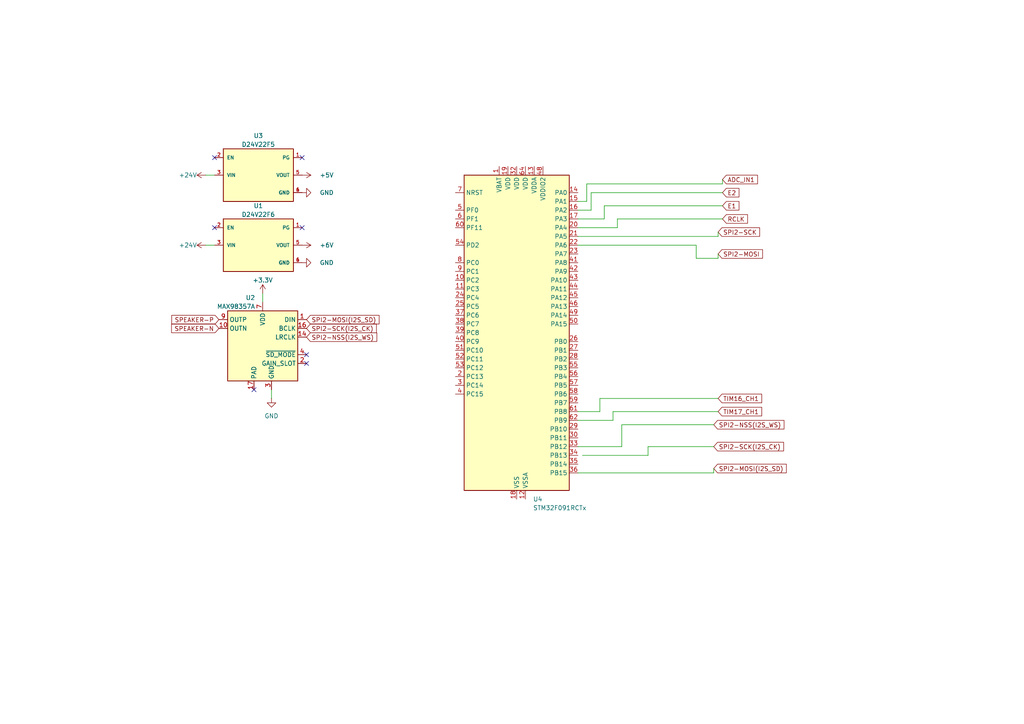
<source format=kicad_sch>
(kicad_sch
	(version 20231120)
	(generator "eeschema")
	(generator_version "8.0")
	(uuid "547d9dcb-6f5f-42b4-90d7-bfc006b86b9a")
	(paper "A4")
	(lib_symbols
		(symbol "12V_2.2A_STEP-DOWN_D24V22F12:12V_2.2A_STEP-DOWN_D24V22F12"
			(pin_names
				(offset 1.016)
			)
			(exclude_from_sim no)
			(in_bom yes)
			(on_board yes)
			(property "Reference" "U1"
				(at 0 11.43 0)
				(effects
					(font
						(size 1.27 1.27)
					)
				)
			)
			(property "Value" "D24V22F6"
				(at 0 8.89 0)
				(effects
					(font
						(size 1.27 1.27)
					)
				)
			)
			(property "Footprint" "12V_2.2A_STEP-DOWN_D24V22F12:XDCR_12V_2.2A_STEP-DOWN_D24V22F12"
				(at 0 0 0)
				(effects
					(font
						(size 1.27 1.27)
					)
					(justify bottom)
					(hide yes)
				)
			)
			(property "Datasheet" ""
				(at 0 0 0)
				(effects
					(font
						(size 1.27 1.27)
					)
					(hide yes)
				)
			)
			(property "Description" ""
				(at 0 0 0)
				(effects
					(font
						(size 1.27 1.27)
					)
					(hide yes)
				)
			)
			(property "MF" "Pololu"
				(at 0 0 0)
				(effects
					(font
						(size 1.27 1.27)
					)
					(justify bottom)
					(hide yes)
				)
			)
			(property "Description_1" "\n                        \n                            Converter: step down; Uin: 12.7÷36V; Uout: 12V; 2200mA; 90÷95%\n                        \n"
				(at 0 0 0)
				(effects
					(font
						(size 1.27 1.27)
					)
					(justify bottom)
					(hide yes)
				)
			)
			(property "Package" "None"
				(at 0 0 0)
				(effects
					(font
						(size 1.27 1.27)
					)
					(justify bottom)
					(hide yes)
				)
			)
			(property "Price" "None"
				(at 0 0 0)
				(effects
					(font
						(size 1.27 1.27)
					)
					(justify bottom)
					(hide yes)
				)
			)
			(property "Check_prices" "https://www.snapeda.com/parts/12V%202.2A%20STEP-DOWN%20D24V22F12/Pololu/view-part/?ref=eda"
				(at 0 0 0)
				(effects
					(font
						(size 1.27 1.27)
					)
					(justify bottom)
					(hide yes)
				)
			)
			(property "SnapEDA_Link" "https://www.snapeda.com/parts/12V%202.2A%20STEP-DOWN%20D24V22F12/Pololu/view-part/?ref=snap"
				(at 0 0 0)
				(effects
					(font
						(size 1.27 1.27)
					)
					(justify bottom)
					(hide yes)
				)
			)
			(property "MP" "12V 2.2A STEP-DOWN D24V22F12"
				(at 0 0 0)
				(effects
					(font
						(size 1.27 1.27)
					)
					(justify bottom)
					(hide yes)
				)
			)
			(property "Availability" "Not in stock"
				(at 0 0 0)
				(effects
					(font
						(size 1.27 1.27)
					)
					(justify bottom)
					(hide yes)
				)
			)
			(property "MANUFACTURER" "POLOLU"
				(at 0 0 0)
				(effects
					(font
						(size 1.27 1.27)
					)
					(justify bottom)
					(hide yes)
				)
			)
			(symbol "12V_2.2A_STEP-DOWN_D24V22F12_0_0"
				(rectangle
					(start -10.16 -7.62)
					(end 10.16 7.62)
					(stroke
						(width 0.254)
						(type default)
					)
					(fill
						(type background)
					)
				)
				(pin output line
					(at 12.7 5.08 180)
					(length 2.54)
					(name "PG"
						(effects
							(font
								(size 1.016 1.016)
							)
						)
					)
					(number "1"
						(effects
							(font
								(size 1.016 1.016)
							)
						)
					)
				)
				(pin input line
					(at -12.7 5.08 0)
					(length 2.54)
					(name "EN"
						(effects
							(font
								(size 1.016 1.016)
							)
						)
					)
					(number "2"
						(effects
							(font
								(size 1.016 1.016)
							)
						)
					)
				)
				(pin input line
					(at -12.7 0 0)
					(length 2.54)
					(name "VIN"
						(effects
							(font
								(size 1.016 1.016)
							)
						)
					)
					(number "3"
						(effects
							(font
								(size 1.016 1.016)
							)
						)
					)
				)
				(pin power_in line
					(at 12.7 -5.08 180)
					(length 2.54)
					(name "GND"
						(effects
							(font
								(size 1.016 1.016)
							)
						)
					)
					(number "4"
						(effects
							(font
								(size 1.016 1.016)
							)
						)
					)
				)
				(pin output line
					(at 12.7 0 180)
					(length 2.54)
					(name "VOUT"
						(effects
							(font
								(size 1.016 1.016)
							)
						)
					)
					(number "5"
						(effects
							(font
								(size 1.016 1.016)
							)
						)
					)
				)
				(pin power_in line
					(at 12.7 -5.08 180)
					(length 2.54)
					(name "GND"
						(effects
							(font
								(size 1.016 1.016)
							)
						)
					)
					(number "6"
						(effects
							(font
								(size 1.016 1.016)
							)
						)
					)
				)
			)
		)
		(symbol "Audio:MAX98357A"
			(exclude_from_sim no)
			(in_bom yes)
			(on_board yes)
			(property "Reference" "U"
				(at -8.89 11.43 0)
				(effects
					(font
						(size 1.27 1.27)
					)
				)
			)
			(property "Value" "MAX98357A"
				(at 10.16 11.43 0)
				(effects
					(font
						(size 1.27 1.27)
					)
				)
			)
			(property "Footprint" "Package_DFN_QFN:TQFN-16-1EP_3x3mm_P0.5mm_EP1.23x1.23mm"
				(at -1.27 -2.54 0)
				(effects
					(font
						(size 1.27 1.27)
					)
					(hide yes)
				)
			)
			(property "Datasheet" "https://www.analog.com/media/en/technical-documentation/data-sheets/MAX98357A-MAX98357B.pdf"
				(at 0 -2.54 0)
				(effects
					(font
						(size 1.27 1.27)
					)
					(hide yes)
				)
			)
			(property "Description" "Mono DAC with amplifier, I2S, PCM, TDM, 32-bit, 96khz, 3.2W, TQFP-16"
				(at 0 0 0)
				(effects
					(font
						(size 1.27 1.27)
					)
					(hide yes)
				)
			)
			(property "ki_keywords" "pcm tdm i2s left-justified amplifier audio dac"
				(at 0 0 0)
				(effects
					(font
						(size 1.27 1.27)
					)
					(hide yes)
				)
			)
			(property "ki_fp_filters" "TQFN*3x3mm*P0.5mm*EP1.23x1.23mm*"
				(at 0 0 0)
				(effects
					(font
						(size 1.27 1.27)
					)
					(hide yes)
				)
			)
			(symbol "MAX98357A_1_1"
				(rectangle
					(start -10.16 10.16)
					(end 10.16 -10.16)
					(stroke
						(width 0.254)
						(type default)
					)
					(fill
						(type background)
					)
				)
				(pin input line
					(at -12.7 7.62 0)
					(length 2.54)
					(name "DIN"
						(effects
							(font
								(size 1.27 1.27)
							)
						)
					)
					(number "1"
						(effects
							(font
								(size 1.27 1.27)
							)
						)
					)
				)
				(pin output line
					(at 12.7 5.08 180)
					(length 2.54)
					(name "OUTN"
						(effects
							(font
								(size 1.27 1.27)
							)
						)
					)
					(number "10"
						(effects
							(font
								(size 1.27 1.27)
							)
						)
					)
				)
				(pin passive line
					(at -2.54 -12.7 90)
					(length 2.54) hide
					(name "GND"
						(effects
							(font
								(size 1.27 1.27)
							)
						)
					)
					(number "11"
						(effects
							(font
								(size 1.27 1.27)
							)
						)
					)
				)
				(pin no_connect line
					(at 10.16 -5.08 180)
					(length 2.54) hide
					(name "NC"
						(effects
							(font
								(size 1.27 1.27)
							)
						)
					)
					(number "12"
						(effects
							(font
								(size 1.27 1.27)
							)
						)
					)
				)
				(pin no_connect line
					(at 10.16 -7.62 180)
					(length 2.54) hide
					(name "NC"
						(effects
							(font
								(size 1.27 1.27)
							)
						)
					)
					(number "13"
						(effects
							(font
								(size 1.27 1.27)
							)
						)
					)
				)
				(pin input line
					(at -12.7 2.54 0)
					(length 2.54)
					(name "LRCLK"
						(effects
							(font
								(size 1.27 1.27)
							)
						)
					)
					(number "14"
						(effects
							(font
								(size 1.27 1.27)
							)
						)
					)
				)
				(pin passive line
					(at -2.54 -12.7 90)
					(length 2.54) hide
					(name "GND"
						(effects
							(font
								(size 1.27 1.27)
							)
						)
					)
					(number "15"
						(effects
							(font
								(size 1.27 1.27)
							)
						)
					)
				)
				(pin input line
					(at -12.7 5.08 0)
					(length 2.54)
					(name "BCLK"
						(effects
							(font
								(size 1.27 1.27)
							)
						)
					)
					(number "16"
						(effects
							(font
								(size 1.27 1.27)
							)
						)
					)
				)
				(pin unspecified line
					(at 2.54 -12.7 90)
					(length 2.54)
					(name "PAD"
						(effects
							(font
								(size 1.27 1.27)
							)
						)
					)
					(number "17"
						(effects
							(font
								(size 1.27 1.27)
							)
						)
					)
				)
				(pin passive line
					(at -12.7 -5.08 0)
					(length 2.54)
					(name "GAIN_SLOT"
						(effects
							(font
								(size 1.27 1.27)
							)
						)
					)
					(number "2"
						(effects
							(font
								(size 1.27 1.27)
							)
						)
					)
				)
				(pin power_in line
					(at -2.54 -12.7 90)
					(length 2.54)
					(name "GND"
						(effects
							(font
								(size 1.27 1.27)
							)
						)
					)
					(number "3"
						(effects
							(font
								(size 1.27 1.27)
							)
						)
					)
				)
				(pin input line
					(at -12.7 -2.54 0)
					(length 2.54)
					(name "~{SD_MODE}"
						(effects
							(font
								(size 1.27 1.27)
							)
						)
					)
					(number "4"
						(effects
							(font
								(size 1.27 1.27)
							)
						)
					)
				)
				(pin no_connect line
					(at 10.16 2.54 180)
					(length 2.54) hide
					(name "NC"
						(effects
							(font
								(size 1.27 1.27)
							)
						)
					)
					(number "5"
						(effects
							(font
								(size 1.27 1.27)
							)
						)
					)
				)
				(pin no_connect line
					(at 10.16 0 180)
					(length 2.54) hide
					(name "NC"
						(effects
							(font
								(size 1.27 1.27)
							)
						)
					)
					(number "6"
						(effects
							(font
								(size 1.27 1.27)
							)
						)
					)
				)
				(pin power_in line
					(at 0 12.7 270)
					(length 2.54)
					(name "VDD"
						(effects
							(font
								(size 1.27 1.27)
							)
						)
					)
					(number "7"
						(effects
							(font
								(size 1.27 1.27)
							)
						)
					)
				)
				(pin passive line
					(at 0 12.7 270)
					(length 2.54) hide
					(name "VDD"
						(effects
							(font
								(size 1.27 1.27)
							)
						)
					)
					(number "8"
						(effects
							(font
								(size 1.27 1.27)
							)
						)
					)
				)
				(pin output line
					(at 12.7 7.62 180)
					(length 2.54)
					(name "OUTP"
						(effects
							(font
								(size 1.27 1.27)
							)
						)
					)
					(number "9"
						(effects
							(font
								(size 1.27 1.27)
							)
						)
					)
				)
			)
		)
		(symbol "MCU_ST_STM32F0:STM32F091RCTx"
			(exclude_from_sim no)
			(in_bom yes)
			(on_board yes)
			(property "Reference" "U"
				(at -15.24 46.99 0)
				(effects
					(font
						(size 1.27 1.27)
					)
					(justify left)
				)
			)
			(property "Value" "STM32F091RCTx"
				(at 10.16 46.99 0)
				(effects
					(font
						(size 1.27 1.27)
					)
					(justify left)
				)
			)
			(property "Footprint" "Package_QFP:LQFP-64_10x10mm_P0.5mm"
				(at -15.24 -45.72 0)
				(effects
					(font
						(size 1.27 1.27)
					)
					(justify right)
					(hide yes)
				)
			)
			(property "Datasheet" "https://www.st.com/resource/en/datasheet/stm32f091rc.pdf"
				(at 0 0 0)
				(effects
					(font
						(size 1.27 1.27)
					)
					(hide yes)
				)
			)
			(property "Description" "STMicroelectronics Arm Cortex-M0 MCU, 256KB flash, 32KB RAM, 48 MHz, 2.0-3.6V, 52 GPIO, LQFP64"
				(at 0 0 0)
				(effects
					(font
						(size 1.27 1.27)
					)
					(hide yes)
				)
			)
			(property "ki_keywords" "Arm Cortex-M0 STM32F0 STM32F0x1"
				(at 0 0 0)
				(effects
					(font
						(size 1.27 1.27)
					)
					(hide yes)
				)
			)
			(property "ki_fp_filters" "LQFP*10x10mm*P0.5mm*"
				(at 0 0 0)
				(effects
					(font
						(size 1.27 1.27)
					)
					(hide yes)
				)
			)
			(symbol "STM32F091RCTx_0_1"
				(rectangle
					(start -15.24 -45.72)
					(end 15.24 45.72)
					(stroke
						(width 0.254)
						(type default)
					)
					(fill
						(type background)
					)
				)
			)
			(symbol "STM32F091RCTx_1_1"
				(pin power_in line
					(at -5.08 48.26 270)
					(length 2.54)
					(name "VBAT"
						(effects
							(font
								(size 1.27 1.27)
							)
						)
					)
					(number "1"
						(effects
							(font
								(size 1.27 1.27)
							)
						)
					)
				)
				(pin bidirectional line
					(at -17.78 15.24 0)
					(length 2.54)
					(name "PC2"
						(effects
							(font
								(size 1.27 1.27)
							)
						)
					)
					(number "10"
						(effects
							(font
								(size 1.27 1.27)
							)
						)
					)
					(alternate "ADC_IN12" bidirectional line)
					(alternate "I2S2_MCK" bidirectional line)
					(alternate "SPI2_MISO" bidirectional line)
					(alternate "USART8_TX" bidirectional line)
				)
				(pin bidirectional line
					(at -17.78 12.7 0)
					(length 2.54)
					(name "PC3"
						(effects
							(font
								(size 1.27 1.27)
							)
						)
					)
					(number "11"
						(effects
							(font
								(size 1.27 1.27)
							)
						)
					)
					(alternate "ADC_IN13" bidirectional line)
					(alternate "I2S2_SD" bidirectional line)
					(alternate "SPI2_MOSI" bidirectional line)
					(alternate "USART8_RX" bidirectional line)
				)
				(pin power_in line
					(at 2.54 -48.26 90)
					(length 2.54)
					(name "VSSA"
						(effects
							(font
								(size 1.27 1.27)
							)
						)
					)
					(number "12"
						(effects
							(font
								(size 1.27 1.27)
							)
						)
					)
				)
				(pin power_in line
					(at 5.08 48.26 270)
					(length 2.54)
					(name "VDDA"
						(effects
							(font
								(size 1.27 1.27)
							)
						)
					)
					(number "13"
						(effects
							(font
								(size 1.27 1.27)
							)
						)
					)
				)
				(pin bidirectional line
					(at 17.78 40.64 180)
					(length 2.54)
					(name "PA0"
						(effects
							(font
								(size 1.27 1.27)
							)
						)
					)
					(number "14"
						(effects
							(font
								(size 1.27 1.27)
							)
						)
					)
					(alternate "ADC_IN0" bidirectional line)
					(alternate "COMP1_INM" bidirectional line)
					(alternate "COMP1_OUT" bidirectional line)
					(alternate "RTC_TAMP2" bidirectional line)
					(alternate "SYS_WKUP1" bidirectional line)
					(alternate "TIM2_CH1" bidirectional line)
					(alternate "TIM2_ETR" bidirectional line)
					(alternate "TSC_G1_IO1" bidirectional line)
					(alternate "USART2_CTS" bidirectional line)
					(alternate "USART4_TX" bidirectional line)
				)
				(pin bidirectional line
					(at 17.78 38.1 180)
					(length 2.54)
					(name "PA1"
						(effects
							(font
								(size 1.27 1.27)
							)
						)
					)
					(number "15"
						(effects
							(font
								(size 1.27 1.27)
							)
						)
					)
					(alternate "ADC_IN1" bidirectional line)
					(alternate "COMP1_INP" bidirectional line)
					(alternate "TIM15_CH1N" bidirectional line)
					(alternate "TIM2_CH2" bidirectional line)
					(alternate "TSC_G1_IO2" bidirectional line)
					(alternate "USART2_DE" bidirectional line)
					(alternate "USART2_RTS" bidirectional line)
					(alternate "USART4_RX" bidirectional line)
				)
				(pin bidirectional line
					(at 17.78 35.56 180)
					(length 2.54)
					(name "PA2"
						(effects
							(font
								(size 1.27 1.27)
							)
						)
					)
					(number "16"
						(effects
							(font
								(size 1.27 1.27)
							)
						)
					)
					(alternate "ADC_IN2" bidirectional line)
					(alternate "COMP2_INM" bidirectional line)
					(alternate "COMP2_OUT" bidirectional line)
					(alternate "SYS_WKUP4" bidirectional line)
					(alternate "TIM15_CH1" bidirectional line)
					(alternate "TIM2_CH3" bidirectional line)
					(alternate "TSC_G1_IO3" bidirectional line)
					(alternate "USART2_TX" bidirectional line)
				)
				(pin bidirectional line
					(at 17.78 33.02 180)
					(length 2.54)
					(name "PA3"
						(effects
							(font
								(size 1.27 1.27)
							)
						)
					)
					(number "17"
						(effects
							(font
								(size 1.27 1.27)
							)
						)
					)
					(alternate "ADC_IN3" bidirectional line)
					(alternate "COMP2_INP" bidirectional line)
					(alternate "TIM15_CH2" bidirectional line)
					(alternate "TIM2_CH4" bidirectional line)
					(alternate "TSC_G1_IO4" bidirectional line)
					(alternate "USART2_RX" bidirectional line)
				)
				(pin power_in line
					(at 0 -48.26 90)
					(length 2.54)
					(name "VSS"
						(effects
							(font
								(size 1.27 1.27)
							)
						)
					)
					(number "18"
						(effects
							(font
								(size 1.27 1.27)
							)
						)
					)
				)
				(pin power_in line
					(at -2.54 48.26 270)
					(length 2.54)
					(name "VDD"
						(effects
							(font
								(size 1.27 1.27)
							)
						)
					)
					(number "19"
						(effects
							(font
								(size 1.27 1.27)
							)
						)
					)
				)
				(pin bidirectional line
					(at -17.78 -12.7 0)
					(length 2.54)
					(name "PC13"
						(effects
							(font
								(size 1.27 1.27)
							)
						)
					)
					(number "2"
						(effects
							(font
								(size 1.27 1.27)
							)
						)
					)
					(alternate "RTC_OUT_ALARM" bidirectional line)
					(alternate "RTC_OUT_CALIB" bidirectional line)
					(alternate "RTC_TAMP1" bidirectional line)
					(alternate "RTC_TS" bidirectional line)
					(alternate "SYS_WKUP2" bidirectional line)
				)
				(pin bidirectional line
					(at 17.78 30.48 180)
					(length 2.54)
					(name "PA4"
						(effects
							(font
								(size 1.27 1.27)
							)
						)
					)
					(number "20"
						(effects
							(font
								(size 1.27 1.27)
							)
						)
					)
					(alternate "ADC_IN4" bidirectional line)
					(alternate "COMP1_INM" bidirectional line)
					(alternate "COMP2_INM" bidirectional line)
					(alternate "DAC_OUT1" bidirectional line)
					(alternate "I2S1_WS" bidirectional line)
					(alternate "SPI1_NSS" bidirectional line)
					(alternate "TIM14_CH1" bidirectional line)
					(alternate "TSC_G2_IO1" bidirectional line)
					(alternate "USART2_CK" bidirectional line)
					(alternate "USART6_TX" bidirectional line)
				)
				(pin bidirectional line
					(at 17.78 27.94 180)
					(length 2.54)
					(name "PA5"
						(effects
							(font
								(size 1.27 1.27)
							)
						)
					)
					(number "21"
						(effects
							(font
								(size 1.27 1.27)
							)
						)
					)
					(alternate "ADC_IN5" bidirectional line)
					(alternate "CEC" bidirectional line)
					(alternate "COMP1_INM" bidirectional line)
					(alternate "COMP2_INM" bidirectional line)
					(alternate "DAC_OUT2" bidirectional line)
					(alternate "I2S1_CK" bidirectional line)
					(alternate "SPI1_SCK" bidirectional line)
					(alternate "TIM2_CH1" bidirectional line)
					(alternate "TIM2_ETR" bidirectional line)
					(alternate "TSC_G2_IO2" bidirectional line)
					(alternate "USART6_RX" bidirectional line)
				)
				(pin bidirectional line
					(at 17.78 25.4 180)
					(length 2.54)
					(name "PA6"
						(effects
							(font
								(size 1.27 1.27)
							)
						)
					)
					(number "22"
						(effects
							(font
								(size 1.27 1.27)
							)
						)
					)
					(alternate "ADC_IN6" bidirectional line)
					(alternate "COMP1_OUT" bidirectional line)
					(alternate "I2S1_MCK" bidirectional line)
					(alternate "SPI1_MISO" bidirectional line)
					(alternate "TIM16_CH1" bidirectional line)
					(alternate "TIM1_BKIN" bidirectional line)
					(alternate "TIM3_CH1" bidirectional line)
					(alternate "TSC_G2_IO3" bidirectional line)
					(alternate "USART3_CTS" bidirectional line)
				)
				(pin bidirectional line
					(at 17.78 22.86 180)
					(length 2.54)
					(name "PA7"
						(effects
							(font
								(size 1.27 1.27)
							)
						)
					)
					(number "23"
						(effects
							(font
								(size 1.27 1.27)
							)
						)
					)
					(alternate "ADC_IN7" bidirectional line)
					(alternate "COMP2_OUT" bidirectional line)
					(alternate "I2S1_SD" bidirectional line)
					(alternate "SPI1_MOSI" bidirectional line)
					(alternate "TIM14_CH1" bidirectional line)
					(alternate "TIM17_CH1" bidirectional line)
					(alternate "TIM1_CH1N" bidirectional line)
					(alternate "TIM3_CH2" bidirectional line)
					(alternate "TSC_G2_IO4" bidirectional line)
				)
				(pin bidirectional line
					(at -17.78 10.16 0)
					(length 2.54)
					(name "PC4"
						(effects
							(font
								(size 1.27 1.27)
							)
						)
					)
					(number "24"
						(effects
							(font
								(size 1.27 1.27)
							)
						)
					)
					(alternate "ADC_IN14" bidirectional line)
					(alternate "USART3_TX" bidirectional line)
				)
				(pin bidirectional line
					(at -17.78 7.62 0)
					(length 2.54)
					(name "PC5"
						(effects
							(font
								(size 1.27 1.27)
							)
						)
					)
					(number "25"
						(effects
							(font
								(size 1.27 1.27)
							)
						)
					)
					(alternate "ADC_IN15" bidirectional line)
					(alternate "SYS_WKUP5" bidirectional line)
					(alternate "TSC_G3_IO1" bidirectional line)
					(alternate "USART3_RX" bidirectional line)
				)
				(pin bidirectional line
					(at 17.78 -2.54 180)
					(length 2.54)
					(name "PB0"
						(effects
							(font
								(size 1.27 1.27)
							)
						)
					)
					(number "26"
						(effects
							(font
								(size 1.27 1.27)
							)
						)
					)
					(alternate "ADC_IN8" bidirectional line)
					(alternate "TIM1_CH2N" bidirectional line)
					(alternate "TIM3_CH3" bidirectional line)
					(alternate "TSC_G3_IO2" bidirectional line)
					(alternate "USART3_CK" bidirectional line)
				)
				(pin bidirectional line
					(at 17.78 -5.08 180)
					(length 2.54)
					(name "PB1"
						(effects
							(font
								(size 1.27 1.27)
							)
						)
					)
					(number "27"
						(effects
							(font
								(size 1.27 1.27)
							)
						)
					)
					(alternate "ADC_IN9" bidirectional line)
					(alternate "TIM14_CH1" bidirectional line)
					(alternate "TIM1_CH3N" bidirectional line)
					(alternate "TIM3_CH4" bidirectional line)
					(alternate "TSC_G3_IO3" bidirectional line)
					(alternate "USART3_DE" bidirectional line)
					(alternate "USART3_RTS" bidirectional line)
				)
				(pin bidirectional line
					(at 17.78 -7.62 180)
					(length 2.54)
					(name "PB2"
						(effects
							(font
								(size 1.27 1.27)
							)
						)
					)
					(number "28"
						(effects
							(font
								(size 1.27 1.27)
							)
						)
					)
					(alternate "TSC_G3_IO4" bidirectional line)
				)
				(pin bidirectional line
					(at 17.78 -27.94 180)
					(length 2.54)
					(name "PB10"
						(effects
							(font
								(size 1.27 1.27)
							)
						)
					)
					(number "29"
						(effects
							(font
								(size 1.27 1.27)
							)
						)
					)
					(alternate "CEC" bidirectional line)
					(alternate "I2C2_SCL" bidirectional line)
					(alternate "I2S2_CK" bidirectional line)
					(alternate "SPI2_SCK" bidirectional line)
					(alternate "TIM2_CH3" bidirectional line)
					(alternate "TSC_SYNC" bidirectional line)
					(alternate "USART3_TX" bidirectional line)
				)
				(pin bidirectional line
					(at -17.78 -15.24 0)
					(length 2.54)
					(name "PC14"
						(effects
							(font
								(size 1.27 1.27)
							)
						)
					)
					(number "3"
						(effects
							(font
								(size 1.27 1.27)
							)
						)
					)
					(alternate "RCC_OSC32_IN" bidirectional line)
				)
				(pin bidirectional line
					(at 17.78 -30.48 180)
					(length 2.54)
					(name "PB11"
						(effects
							(font
								(size 1.27 1.27)
							)
						)
					)
					(number "30"
						(effects
							(font
								(size 1.27 1.27)
							)
						)
					)
					(alternate "I2C2_SDA" bidirectional line)
					(alternate "TIM2_CH4" bidirectional line)
					(alternate "TSC_G6_IO1" bidirectional line)
					(alternate "USART3_RX" bidirectional line)
				)
				(pin passive line
					(at 0 -48.26 90)
					(length 2.54) hide
					(name "VSS"
						(effects
							(font
								(size 1.27 1.27)
							)
						)
					)
					(number "31"
						(effects
							(font
								(size 1.27 1.27)
							)
						)
					)
				)
				(pin power_in line
					(at 0 48.26 270)
					(length 2.54)
					(name "VDD"
						(effects
							(font
								(size 1.27 1.27)
							)
						)
					)
					(number "32"
						(effects
							(font
								(size 1.27 1.27)
							)
						)
					)
				)
				(pin bidirectional line
					(at 17.78 -33.02 180)
					(length 2.54)
					(name "PB12"
						(effects
							(font
								(size 1.27 1.27)
							)
						)
					)
					(number "33"
						(effects
							(font
								(size 1.27 1.27)
							)
						)
					)
					(alternate "I2S2_WS" bidirectional line)
					(alternate "SPI2_NSS" bidirectional line)
					(alternate "TIM15_BKIN" bidirectional line)
					(alternate "TIM1_BKIN" bidirectional line)
					(alternate "TSC_G6_IO2" bidirectional line)
					(alternate "USART3_CK" bidirectional line)
				)
				(pin bidirectional line
					(at 17.78 -35.56 180)
					(length 2.54)
					(name "PB13"
						(effects
							(font
								(size 1.27 1.27)
							)
						)
					)
					(number "34"
						(effects
							(font
								(size 1.27 1.27)
							)
						)
					)
					(alternate "I2C2_SCL" bidirectional line)
					(alternate "I2S2_CK" bidirectional line)
					(alternate "SPI2_SCK" bidirectional line)
					(alternate "TIM1_CH1N" bidirectional line)
					(alternate "TSC_G6_IO3" bidirectional line)
					(alternate "USART3_CTS" bidirectional line)
				)
				(pin bidirectional line
					(at 17.78 -38.1 180)
					(length 2.54)
					(name "PB14"
						(effects
							(font
								(size 1.27 1.27)
							)
						)
					)
					(number "35"
						(effects
							(font
								(size 1.27 1.27)
							)
						)
					)
					(alternate "I2C2_SDA" bidirectional line)
					(alternate "I2S2_MCK" bidirectional line)
					(alternate "SPI2_MISO" bidirectional line)
					(alternate "TIM15_CH1" bidirectional line)
					(alternate "TIM1_CH2N" bidirectional line)
					(alternate "TSC_G6_IO4" bidirectional line)
					(alternate "USART3_DE" bidirectional line)
					(alternate "USART3_RTS" bidirectional line)
				)
				(pin bidirectional line
					(at 17.78 -40.64 180)
					(length 2.54)
					(name "PB15"
						(effects
							(font
								(size 1.27 1.27)
							)
						)
					)
					(number "36"
						(effects
							(font
								(size 1.27 1.27)
							)
						)
					)
					(alternate "I2S2_SD" bidirectional line)
					(alternate "RTC_REFIN" bidirectional line)
					(alternate "SPI2_MOSI" bidirectional line)
					(alternate "SYS_WKUP7" bidirectional line)
					(alternate "TIM15_CH1N" bidirectional line)
					(alternate "TIM15_CH2" bidirectional line)
					(alternate "TIM1_CH3N" bidirectional line)
				)
				(pin bidirectional line
					(at -17.78 5.08 0)
					(length 2.54)
					(name "PC6"
						(effects
							(font
								(size 1.27 1.27)
							)
						)
					)
					(number "37"
						(effects
							(font
								(size 1.27 1.27)
							)
						)
					)
					(alternate "TIM3_CH1" bidirectional line)
					(alternate "USART7_TX" bidirectional line)
				)
				(pin bidirectional line
					(at -17.78 2.54 0)
					(length 2.54)
					(name "PC7"
						(effects
							(font
								(size 1.27 1.27)
							)
						)
					)
					(number "38"
						(effects
							(font
								(size 1.27 1.27)
							)
						)
					)
					(alternate "TIM3_CH2" bidirectional line)
					(alternate "USART7_RX" bidirectional line)
				)
				(pin bidirectional line
					(at -17.78 0 0)
					(length 2.54)
					(name "PC8"
						(effects
							(font
								(size 1.27 1.27)
							)
						)
					)
					(number "39"
						(effects
							(font
								(size 1.27 1.27)
							)
						)
					)
					(alternate "TIM3_CH3" bidirectional line)
					(alternate "USART8_TX" bidirectional line)
				)
				(pin bidirectional line
					(at -17.78 -17.78 0)
					(length 2.54)
					(name "PC15"
						(effects
							(font
								(size 1.27 1.27)
							)
						)
					)
					(number "4"
						(effects
							(font
								(size 1.27 1.27)
							)
						)
					)
					(alternate "RCC_OSC32_OUT" bidirectional line)
				)
				(pin bidirectional line
					(at -17.78 -2.54 0)
					(length 2.54)
					(name "PC9"
						(effects
							(font
								(size 1.27 1.27)
							)
						)
					)
					(number "40"
						(effects
							(font
								(size 1.27 1.27)
							)
						)
					)
					(alternate "DAC_EXTI9" bidirectional line)
					(alternate "TIM3_CH4" bidirectional line)
					(alternate "USART8_RX" bidirectional line)
				)
				(pin bidirectional line
					(at 17.78 20.32 180)
					(length 2.54)
					(name "PA8"
						(effects
							(font
								(size 1.27 1.27)
							)
						)
					)
					(number "41"
						(effects
							(font
								(size 1.27 1.27)
							)
						)
					)
					(alternate "CRS_SYNC" bidirectional line)
					(alternate "RCC_MCO" bidirectional line)
					(alternate "TIM1_CH1" bidirectional line)
					(alternate "USART1_CK" bidirectional line)
				)
				(pin bidirectional line
					(at 17.78 17.78 180)
					(length 2.54)
					(name "PA9"
						(effects
							(font
								(size 1.27 1.27)
							)
						)
					)
					(number "42"
						(effects
							(font
								(size 1.27 1.27)
							)
						)
					)
					(alternate "DAC_EXTI9" bidirectional line)
					(alternate "I2C1_SCL" bidirectional line)
					(alternate "RCC_MCO" bidirectional line)
					(alternate "TIM15_BKIN" bidirectional line)
					(alternate "TIM1_CH2" bidirectional line)
					(alternate "TSC_G4_IO1" bidirectional line)
					(alternate "USART1_TX" bidirectional line)
				)
				(pin bidirectional line
					(at 17.78 15.24 180)
					(length 2.54)
					(name "PA10"
						(effects
							(font
								(size 1.27 1.27)
							)
						)
					)
					(number "43"
						(effects
							(font
								(size 1.27 1.27)
							)
						)
					)
					(alternate "I2C1_SDA" bidirectional line)
					(alternate "TIM17_BKIN" bidirectional line)
					(alternate "TIM1_CH3" bidirectional line)
					(alternate "TSC_G4_IO2" bidirectional line)
					(alternate "USART1_RX" bidirectional line)
				)
				(pin bidirectional line
					(at 17.78 12.7 180)
					(length 2.54)
					(name "PA11"
						(effects
							(font
								(size 1.27 1.27)
							)
						)
					)
					(number "44"
						(effects
							(font
								(size 1.27 1.27)
							)
						)
					)
					(alternate "CAN_RX" bidirectional line)
					(alternate "COMP1_OUT" bidirectional line)
					(alternate "I2C2_SCL" bidirectional line)
					(alternate "TIM1_CH4" bidirectional line)
					(alternate "TSC_G4_IO3" bidirectional line)
					(alternate "USART1_CTS" bidirectional line)
				)
				(pin bidirectional line
					(at 17.78 10.16 180)
					(length 2.54)
					(name "PA12"
						(effects
							(font
								(size 1.27 1.27)
							)
						)
					)
					(number "45"
						(effects
							(font
								(size 1.27 1.27)
							)
						)
					)
					(alternate "CAN_TX" bidirectional line)
					(alternate "COMP2_OUT" bidirectional line)
					(alternate "I2C2_SDA" bidirectional line)
					(alternate "TIM1_ETR" bidirectional line)
					(alternate "TSC_G4_IO4" bidirectional line)
					(alternate "USART1_DE" bidirectional line)
					(alternate "USART1_RTS" bidirectional line)
				)
				(pin bidirectional line
					(at 17.78 7.62 180)
					(length 2.54)
					(name "PA13"
						(effects
							(font
								(size 1.27 1.27)
							)
						)
					)
					(number "46"
						(effects
							(font
								(size 1.27 1.27)
							)
						)
					)
					(alternate "IR_OUT" bidirectional line)
					(alternate "SYS_SWDIO" bidirectional line)
				)
				(pin passive line
					(at 0 -48.26 90)
					(length 2.54) hide
					(name "VSS"
						(effects
							(font
								(size 1.27 1.27)
							)
						)
					)
					(number "47"
						(effects
							(font
								(size 1.27 1.27)
							)
						)
					)
				)
				(pin power_in line
					(at 7.62 48.26 270)
					(length 2.54)
					(name "VDDIO2"
						(effects
							(font
								(size 1.27 1.27)
							)
						)
					)
					(number "48"
						(effects
							(font
								(size 1.27 1.27)
							)
						)
					)
				)
				(pin bidirectional line
					(at 17.78 5.08 180)
					(length 2.54)
					(name "PA14"
						(effects
							(font
								(size 1.27 1.27)
							)
						)
					)
					(number "49"
						(effects
							(font
								(size 1.27 1.27)
							)
						)
					)
					(alternate "SYS_SWCLK" bidirectional line)
					(alternate "USART2_TX" bidirectional line)
				)
				(pin bidirectional line
					(at -17.78 35.56 0)
					(length 2.54)
					(name "PF0"
						(effects
							(font
								(size 1.27 1.27)
							)
						)
					)
					(number "5"
						(effects
							(font
								(size 1.27 1.27)
							)
						)
					)
					(alternate "CRS_SYNC" bidirectional line)
					(alternate "I2C1_SDA" bidirectional line)
					(alternate "RCC_OSC_IN" bidirectional line)
				)
				(pin bidirectional line
					(at 17.78 2.54 180)
					(length 2.54)
					(name "PA15"
						(effects
							(font
								(size 1.27 1.27)
							)
						)
					)
					(number "50"
						(effects
							(font
								(size 1.27 1.27)
							)
						)
					)
					(alternate "I2S1_WS" bidirectional line)
					(alternate "SPI1_NSS" bidirectional line)
					(alternate "TIM2_CH1" bidirectional line)
					(alternate "TIM2_ETR" bidirectional line)
					(alternate "USART2_RX" bidirectional line)
					(alternate "USART4_DE" bidirectional line)
					(alternate "USART4_RTS" bidirectional line)
				)
				(pin bidirectional line
					(at -17.78 -5.08 0)
					(length 2.54)
					(name "PC10"
						(effects
							(font
								(size 1.27 1.27)
							)
						)
					)
					(number "51"
						(effects
							(font
								(size 1.27 1.27)
							)
						)
					)
					(alternate "USART3_TX" bidirectional line)
					(alternate "USART4_TX" bidirectional line)
				)
				(pin bidirectional line
					(at -17.78 -7.62 0)
					(length 2.54)
					(name "PC11"
						(effects
							(font
								(size 1.27 1.27)
							)
						)
					)
					(number "52"
						(effects
							(font
								(size 1.27 1.27)
							)
						)
					)
					(alternate "USART3_RX" bidirectional line)
					(alternate "USART4_RX" bidirectional line)
				)
				(pin bidirectional line
					(at -17.78 -10.16 0)
					(length 2.54)
					(name "PC12"
						(effects
							(font
								(size 1.27 1.27)
							)
						)
					)
					(number "53"
						(effects
							(font
								(size 1.27 1.27)
							)
						)
					)
					(alternate "USART3_CK" bidirectional line)
					(alternate "USART4_CK" bidirectional line)
					(alternate "USART5_TX" bidirectional line)
				)
				(pin bidirectional line
					(at -17.78 25.4 0)
					(length 2.54)
					(name "PD2"
						(effects
							(font
								(size 1.27 1.27)
							)
						)
					)
					(number "54"
						(effects
							(font
								(size 1.27 1.27)
							)
						)
					)
					(alternate "TIM3_ETR" bidirectional line)
					(alternate "USART3_DE" bidirectional line)
					(alternate "USART3_RTS" bidirectional line)
					(alternate "USART5_RX" bidirectional line)
				)
				(pin bidirectional line
					(at 17.78 -10.16 180)
					(length 2.54)
					(name "PB3"
						(effects
							(font
								(size 1.27 1.27)
							)
						)
					)
					(number "55"
						(effects
							(font
								(size 1.27 1.27)
							)
						)
					)
					(alternate "I2S1_CK" bidirectional line)
					(alternate "SPI1_SCK" bidirectional line)
					(alternate "TIM2_CH2" bidirectional line)
					(alternate "TSC_G5_IO1" bidirectional line)
					(alternate "USART5_TX" bidirectional line)
				)
				(pin bidirectional line
					(at 17.78 -12.7 180)
					(length 2.54)
					(name "PB4"
						(effects
							(font
								(size 1.27 1.27)
							)
						)
					)
					(number "56"
						(effects
							(font
								(size 1.27 1.27)
							)
						)
					)
					(alternate "I2S1_MCK" bidirectional line)
					(alternate "SPI1_MISO" bidirectional line)
					(alternate "TIM17_BKIN" bidirectional line)
					(alternate "TIM3_CH1" bidirectional line)
					(alternate "TSC_G5_IO2" bidirectional line)
					(alternate "USART5_RX" bidirectional line)
				)
				(pin bidirectional line
					(at 17.78 -15.24 180)
					(length 2.54)
					(name "PB5"
						(effects
							(font
								(size 1.27 1.27)
							)
						)
					)
					(number "57"
						(effects
							(font
								(size 1.27 1.27)
							)
						)
					)
					(alternate "I2C1_SMBA" bidirectional line)
					(alternate "I2S1_SD" bidirectional line)
					(alternate "SPI1_MOSI" bidirectional line)
					(alternate "SYS_WKUP6" bidirectional line)
					(alternate "TIM16_BKIN" bidirectional line)
					(alternate "TIM3_CH2" bidirectional line)
					(alternate "USART5_CK" bidirectional line)
					(alternate "USART5_DE" bidirectional line)
					(alternate "USART5_RTS" bidirectional line)
				)
				(pin bidirectional line
					(at 17.78 -17.78 180)
					(length 2.54)
					(name "PB6"
						(effects
							(font
								(size 1.27 1.27)
							)
						)
					)
					(number "58"
						(effects
							(font
								(size 1.27 1.27)
							)
						)
					)
					(alternate "I2C1_SCL" bidirectional line)
					(alternate "TIM16_CH1N" bidirectional line)
					(alternate "TSC_G5_IO3" bidirectional line)
					(alternate "USART1_TX" bidirectional line)
				)
				(pin bidirectional line
					(at 17.78 -20.32 180)
					(length 2.54)
					(name "PB7"
						(effects
							(font
								(size 1.27 1.27)
							)
						)
					)
					(number "59"
						(effects
							(font
								(size 1.27 1.27)
							)
						)
					)
					(alternate "I2C1_SDA" bidirectional line)
					(alternate "TIM17_CH1N" bidirectional line)
					(alternate "TSC_G5_IO4" bidirectional line)
					(alternate "USART1_RX" bidirectional line)
					(alternate "USART4_CTS" bidirectional line)
				)
				(pin bidirectional line
					(at -17.78 33.02 0)
					(length 2.54)
					(name "PF1"
						(effects
							(font
								(size 1.27 1.27)
							)
						)
					)
					(number "6"
						(effects
							(font
								(size 1.27 1.27)
							)
						)
					)
					(alternate "I2C1_SCL" bidirectional line)
					(alternate "RCC_OSC_OUT" bidirectional line)
				)
				(pin bidirectional line
					(at -17.78 30.48 0)
					(length 2.54)
					(name "PF11"
						(effects
							(font
								(size 1.27 1.27)
							)
						)
					)
					(number "60"
						(effects
							(font
								(size 1.27 1.27)
							)
						)
					)
				)
				(pin bidirectional line
					(at 17.78 -22.86 180)
					(length 2.54)
					(name "PB8"
						(effects
							(font
								(size 1.27 1.27)
							)
						)
					)
					(number "61"
						(effects
							(font
								(size 1.27 1.27)
							)
						)
					)
					(alternate "CAN_RX" bidirectional line)
					(alternate "CEC" bidirectional line)
					(alternate "I2C1_SCL" bidirectional line)
					(alternate "TIM16_CH1" bidirectional line)
					(alternate "TSC_SYNC" bidirectional line)
				)
				(pin bidirectional line
					(at 17.78 -25.4 180)
					(length 2.54)
					(name "PB9"
						(effects
							(font
								(size 1.27 1.27)
							)
						)
					)
					(number "62"
						(effects
							(font
								(size 1.27 1.27)
							)
						)
					)
					(alternate "CAN_TX" bidirectional line)
					(alternate "DAC_EXTI9" bidirectional line)
					(alternate "I2C1_SDA" bidirectional line)
					(alternate "I2S2_WS" bidirectional line)
					(alternate "IR_OUT" bidirectional line)
					(alternate "SPI2_NSS" bidirectional line)
					(alternate "TIM17_CH1" bidirectional line)
				)
				(pin passive line
					(at 0 -48.26 90)
					(length 2.54) hide
					(name "VSS"
						(effects
							(font
								(size 1.27 1.27)
							)
						)
					)
					(number "63"
						(effects
							(font
								(size 1.27 1.27)
							)
						)
					)
				)
				(pin power_in line
					(at 2.54 48.26 270)
					(length 2.54)
					(name "VDD"
						(effects
							(font
								(size 1.27 1.27)
							)
						)
					)
					(number "64"
						(effects
							(font
								(size 1.27 1.27)
							)
						)
					)
				)
				(pin input line
					(at -17.78 40.64 0)
					(length 2.54)
					(name "NRST"
						(effects
							(font
								(size 1.27 1.27)
							)
						)
					)
					(number "7"
						(effects
							(font
								(size 1.27 1.27)
							)
						)
					)
				)
				(pin bidirectional line
					(at -17.78 20.32 0)
					(length 2.54)
					(name "PC0"
						(effects
							(font
								(size 1.27 1.27)
							)
						)
					)
					(number "8"
						(effects
							(font
								(size 1.27 1.27)
							)
						)
					)
					(alternate "ADC_IN10" bidirectional line)
					(alternate "USART6_TX" bidirectional line)
					(alternate "USART7_TX" bidirectional line)
				)
				(pin bidirectional line
					(at -17.78 17.78 0)
					(length 2.54)
					(name "PC1"
						(effects
							(font
								(size 1.27 1.27)
							)
						)
					)
					(number "9"
						(effects
							(font
								(size 1.27 1.27)
							)
						)
					)
					(alternate "ADC_IN11" bidirectional line)
					(alternate "USART6_RX" bidirectional line)
					(alternate "USART7_RX" bidirectional line)
				)
			)
		)
		(symbol "power:+24V"
			(power)
			(pin_numbers hide)
			(pin_names
				(offset 0) hide)
			(exclude_from_sim no)
			(in_bom yes)
			(on_board yes)
			(property "Reference" "#PWR"
				(at 0 -3.81 0)
				(effects
					(font
						(size 1.27 1.27)
					)
					(hide yes)
				)
			)
			(property "Value" "+24V"
				(at 0 3.556 0)
				(effects
					(font
						(size 1.27 1.27)
					)
				)
			)
			(property "Footprint" ""
				(at 0 0 0)
				(effects
					(font
						(size 1.27 1.27)
					)
					(hide yes)
				)
			)
			(property "Datasheet" ""
				(at 0 0 0)
				(effects
					(font
						(size 1.27 1.27)
					)
					(hide yes)
				)
			)
			(property "Description" "Power symbol creates a global label with name \"+24V\""
				(at 0 0 0)
				(effects
					(font
						(size 1.27 1.27)
					)
					(hide yes)
				)
			)
			(property "ki_keywords" "global power"
				(at 0 0 0)
				(effects
					(font
						(size 1.27 1.27)
					)
					(hide yes)
				)
			)
			(symbol "+24V_0_1"
				(polyline
					(pts
						(xy -0.762 1.27) (xy 0 2.54)
					)
					(stroke
						(width 0)
						(type default)
					)
					(fill
						(type none)
					)
				)
				(polyline
					(pts
						(xy 0 0) (xy 0 2.54)
					)
					(stroke
						(width 0)
						(type default)
					)
					(fill
						(type none)
					)
				)
				(polyline
					(pts
						(xy 0 2.54) (xy 0.762 1.27)
					)
					(stroke
						(width 0)
						(type default)
					)
					(fill
						(type none)
					)
				)
			)
			(symbol "+24V_1_1"
				(pin power_in line
					(at 0 0 90)
					(length 0)
					(name "~"
						(effects
							(font
								(size 1.27 1.27)
							)
						)
					)
					(number "1"
						(effects
							(font
								(size 1.27 1.27)
							)
						)
					)
				)
			)
		)
		(symbol "power:+3.3V"
			(power)
			(pin_numbers hide)
			(pin_names
				(offset 0) hide)
			(exclude_from_sim no)
			(in_bom yes)
			(on_board yes)
			(property "Reference" "#PWR"
				(at 0 -3.81 0)
				(effects
					(font
						(size 1.27 1.27)
					)
					(hide yes)
				)
			)
			(property "Value" "+3.3V"
				(at 0 3.556 0)
				(effects
					(font
						(size 1.27 1.27)
					)
				)
			)
			(property "Footprint" ""
				(at 0 0 0)
				(effects
					(font
						(size 1.27 1.27)
					)
					(hide yes)
				)
			)
			(property "Datasheet" ""
				(at 0 0 0)
				(effects
					(font
						(size 1.27 1.27)
					)
					(hide yes)
				)
			)
			(property "Description" "Power symbol creates a global label with name \"+3.3V\""
				(at 0 0 0)
				(effects
					(font
						(size 1.27 1.27)
					)
					(hide yes)
				)
			)
			(property "ki_keywords" "global power"
				(at 0 0 0)
				(effects
					(font
						(size 1.27 1.27)
					)
					(hide yes)
				)
			)
			(symbol "+3.3V_0_1"
				(polyline
					(pts
						(xy -0.762 1.27) (xy 0 2.54)
					)
					(stroke
						(width 0)
						(type default)
					)
					(fill
						(type none)
					)
				)
				(polyline
					(pts
						(xy 0 0) (xy 0 2.54)
					)
					(stroke
						(width 0)
						(type default)
					)
					(fill
						(type none)
					)
				)
				(polyline
					(pts
						(xy 0 2.54) (xy 0.762 1.27)
					)
					(stroke
						(width 0)
						(type default)
					)
					(fill
						(type none)
					)
				)
			)
			(symbol "+3.3V_1_1"
				(pin power_in line
					(at 0 0 90)
					(length 0)
					(name "~"
						(effects
							(font
								(size 1.27 1.27)
							)
						)
					)
					(number "1"
						(effects
							(font
								(size 1.27 1.27)
							)
						)
					)
				)
			)
		)
		(symbol "power:+5V"
			(power)
			(pin_numbers hide)
			(pin_names
				(offset 0) hide)
			(exclude_from_sim no)
			(in_bom yes)
			(on_board yes)
			(property "Reference" "#PWR"
				(at 0 -3.81 0)
				(effects
					(font
						(size 1.27 1.27)
					)
					(hide yes)
				)
			)
			(property "Value" "+5V"
				(at 0 3.556 0)
				(effects
					(font
						(size 1.27 1.27)
					)
				)
			)
			(property "Footprint" ""
				(at 0 0 0)
				(effects
					(font
						(size 1.27 1.27)
					)
					(hide yes)
				)
			)
			(property "Datasheet" ""
				(at 0 0 0)
				(effects
					(font
						(size 1.27 1.27)
					)
					(hide yes)
				)
			)
			(property "Description" "Power symbol creates a global label with name \"+5V\""
				(at 0 0 0)
				(effects
					(font
						(size 1.27 1.27)
					)
					(hide yes)
				)
			)
			(property "ki_keywords" "global power"
				(at 0 0 0)
				(effects
					(font
						(size 1.27 1.27)
					)
					(hide yes)
				)
			)
			(symbol "+5V_0_1"
				(polyline
					(pts
						(xy -0.762 1.27) (xy 0 2.54)
					)
					(stroke
						(width 0)
						(type default)
					)
					(fill
						(type none)
					)
				)
				(polyline
					(pts
						(xy 0 0) (xy 0 2.54)
					)
					(stroke
						(width 0)
						(type default)
					)
					(fill
						(type none)
					)
				)
				(polyline
					(pts
						(xy 0 2.54) (xy 0.762 1.27)
					)
					(stroke
						(width 0)
						(type default)
					)
					(fill
						(type none)
					)
				)
			)
			(symbol "+5V_1_1"
				(pin power_in line
					(at 0 0 90)
					(length 0)
					(name "~"
						(effects
							(font
								(size 1.27 1.27)
							)
						)
					)
					(number "1"
						(effects
							(font
								(size 1.27 1.27)
							)
						)
					)
				)
			)
		)
		(symbol "power:+6V"
			(power)
			(pin_numbers hide)
			(pin_names
				(offset 0) hide)
			(exclude_from_sim no)
			(in_bom yes)
			(on_board yes)
			(property "Reference" "#PWR"
				(at 0 -3.81 0)
				(effects
					(font
						(size 1.27 1.27)
					)
					(hide yes)
				)
			)
			(property "Value" "+6V"
				(at 0 3.556 0)
				(effects
					(font
						(size 1.27 1.27)
					)
				)
			)
			(property "Footprint" ""
				(at 0 0 0)
				(effects
					(font
						(size 1.27 1.27)
					)
					(hide yes)
				)
			)
			(property "Datasheet" ""
				(at 0 0 0)
				(effects
					(font
						(size 1.27 1.27)
					)
					(hide yes)
				)
			)
			(property "Description" "Power symbol creates a global label with name \"+6V\""
				(at 0 0 0)
				(effects
					(font
						(size 1.27 1.27)
					)
					(hide yes)
				)
			)
			(property "ki_keywords" "global power"
				(at 0 0 0)
				(effects
					(font
						(size 1.27 1.27)
					)
					(hide yes)
				)
			)
			(symbol "+6V_0_1"
				(polyline
					(pts
						(xy -0.762 1.27) (xy 0 2.54)
					)
					(stroke
						(width 0)
						(type default)
					)
					(fill
						(type none)
					)
				)
				(polyline
					(pts
						(xy 0 0) (xy 0 2.54)
					)
					(stroke
						(width 0)
						(type default)
					)
					(fill
						(type none)
					)
				)
				(polyline
					(pts
						(xy 0 2.54) (xy 0.762 1.27)
					)
					(stroke
						(width 0)
						(type default)
					)
					(fill
						(type none)
					)
				)
			)
			(symbol "+6V_1_1"
				(pin power_in line
					(at 0 0 90)
					(length 0)
					(name "~"
						(effects
							(font
								(size 1.27 1.27)
							)
						)
					)
					(number "1"
						(effects
							(font
								(size 1.27 1.27)
							)
						)
					)
				)
			)
		)
		(symbol "power:GND"
			(power)
			(pin_numbers hide)
			(pin_names
				(offset 0) hide)
			(exclude_from_sim no)
			(in_bom yes)
			(on_board yes)
			(property "Reference" "#PWR"
				(at 0 -6.35 0)
				(effects
					(font
						(size 1.27 1.27)
					)
					(hide yes)
				)
			)
			(property "Value" "GND"
				(at 0 -3.81 0)
				(effects
					(font
						(size 1.27 1.27)
					)
				)
			)
			(property "Footprint" ""
				(at 0 0 0)
				(effects
					(font
						(size 1.27 1.27)
					)
					(hide yes)
				)
			)
			(property "Datasheet" ""
				(at 0 0 0)
				(effects
					(font
						(size 1.27 1.27)
					)
					(hide yes)
				)
			)
			(property "Description" "Power symbol creates a global label with name \"GND\" , ground"
				(at 0 0 0)
				(effects
					(font
						(size 1.27 1.27)
					)
					(hide yes)
				)
			)
			(property "ki_keywords" "global power"
				(at 0 0 0)
				(effects
					(font
						(size 1.27 1.27)
					)
					(hide yes)
				)
			)
			(symbol "GND_0_1"
				(polyline
					(pts
						(xy 0 0) (xy 0 -1.27) (xy 1.27 -1.27) (xy 0 -2.54) (xy -1.27 -1.27) (xy 0 -1.27)
					)
					(stroke
						(width 0)
						(type default)
					)
					(fill
						(type none)
					)
				)
			)
			(symbol "GND_1_1"
				(pin power_in line
					(at 0 0 270)
					(length 0)
					(name "~"
						(effects
							(font
								(size 1.27 1.27)
							)
						)
					)
					(number "1"
						(effects
							(font
								(size 1.27 1.27)
							)
						)
					)
				)
			)
		)
	)
	(no_connect
		(at 87.63 66.04)
		(uuid "12cb53cb-4736-4bd6-b3c9-8ec95685f283")
	)
	(no_connect
		(at 88.9 102.87)
		(uuid "24d39708-3cc1-4fa6-adcd-2f71e7eb005c")
	)
	(no_connect
		(at 62.23 66.04)
		(uuid "523ba5fd-3c39-46bc-89c6-678df3ac14ff")
	)
	(no_connect
		(at 87.63 45.72)
		(uuid "9afb46df-1682-4e1b-ab47-e70d67699037")
	)
	(no_connect
		(at 88.9 105.41)
		(uuid "bb96ce98-a11d-434b-ad32-30938c5fd439")
	)
	(no_connect
		(at 73.66 113.03)
		(uuid "be6abd2f-14db-4510-b50b-ef34bd584002")
	)
	(no_connect
		(at 62.23 45.72)
		(uuid "c4f13fed-3cde-448d-a1ea-424c9f849e1a")
	)
	(wire
		(pts
			(xy 173.99 119.38) (xy 173.99 115.57)
		)
		(stroke
			(width 0)
			(type default)
		)
		(uuid "072dac97-714b-4c74-bdc0-75ac42c8402c")
	)
	(wire
		(pts
			(xy 209.55 53.34) (xy 209.55 52.07)
		)
		(stroke
			(width 0)
			(type default)
		)
		(uuid "1122be41-e5e3-469e-9045-f064a8d8fc67")
	)
	(wire
		(pts
			(xy 187.96 129.54) (xy 207.01 129.54)
		)
		(stroke
			(width 0)
			(type default)
		)
		(uuid "17f834be-2776-47f7-a7ee-08111f433b35")
	)
	(wire
		(pts
			(xy 78.74 113.03) (xy 78.74 115.57)
		)
		(stroke
			(width 0)
			(type default)
		)
		(uuid "24937b44-fad2-4be1-9591-39d8f93613f4")
	)
	(wire
		(pts
			(xy 167.64 71.12) (xy 201.93 71.12)
		)
		(stroke
			(width 0)
			(type default)
		)
		(uuid "2a7d060b-300e-4c17-99f3-729dd1229904")
	)
	(wire
		(pts
			(xy 170.18 58.42) (xy 170.18 53.34)
		)
		(stroke
			(width 0)
			(type default)
		)
		(uuid "2f0fc8d6-f7ad-48d3-a01e-7cedc36478af")
	)
	(wire
		(pts
			(xy 209.55 63.5) (xy 179.07 63.5)
		)
		(stroke
			(width 0)
			(type default)
		)
		(uuid "2f5d0922-5bdf-4dda-80b2-4dbb01eaeeb4")
	)
	(wire
		(pts
			(xy 208.28 74.93) (xy 208.28 73.66)
		)
		(stroke
			(width 0)
			(type default)
		)
		(uuid "3726aa4d-7b9c-471e-ab17-a422870b78e1")
	)
	(wire
		(pts
			(xy 76.2 85.09) (xy 76.2 87.63)
		)
		(stroke
			(width 0)
			(type default)
		)
		(uuid "46cf8fc8-aa6b-469d-b57a-eb75826ad746")
	)
	(wire
		(pts
			(xy 167.64 58.42) (xy 170.18 58.42)
		)
		(stroke
			(width 0)
			(type default)
		)
		(uuid "4e561c2e-056c-48a1-8128-a59075ad9a63")
	)
	(wire
		(pts
			(xy 171.45 55.88) (xy 171.45 60.96)
		)
		(stroke
			(width 0)
			(type default)
		)
		(uuid "5b83eb70-85d8-4e02-b46b-63dab11be9f4")
	)
	(wire
		(pts
			(xy 179.07 66.04) (xy 167.64 66.04)
		)
		(stroke
			(width 0)
			(type default)
		)
		(uuid "65569464-2688-4196-a516-d97c5fe099ee")
	)
	(wire
		(pts
			(xy 187.96 129.54) (xy 187.96 132.08)
		)
		(stroke
			(width 0)
			(type default)
		)
		(uuid "676b73b2-46be-4a10-842b-a37d1bb96a27")
	)
	(wire
		(pts
			(xy 175.26 59.69) (xy 175.26 63.5)
		)
		(stroke
			(width 0)
			(type default)
		)
		(uuid "6883e5d0-9895-4269-8318-6ee31b079066")
	)
	(wire
		(pts
			(xy 208.28 68.58) (xy 208.28 67.31)
		)
		(stroke
			(width 0)
			(type default)
		)
		(uuid "6a27dad5-3387-450f-a1e4-1343049faf03")
	)
	(wire
		(pts
			(xy 209.55 55.88) (xy 171.45 55.88)
		)
		(stroke
			(width 0)
			(type default)
		)
		(uuid "6c65c6d9-f25b-4b53-9a53-c3ee7bdb69c8")
	)
	(wire
		(pts
			(xy 201.93 71.12) (xy 201.93 74.93)
		)
		(stroke
			(width 0)
			(type default)
		)
		(uuid "6fbdd09a-f7dd-4e26-91c6-974fe3fe1219")
	)
	(wire
		(pts
			(xy 167.64 68.58) (xy 208.28 68.58)
		)
		(stroke
			(width 0)
			(type default)
		)
		(uuid "725729c1-b6ae-4d0b-9eec-70527e28c0fe")
	)
	(wire
		(pts
			(xy 209.55 59.69) (xy 175.26 59.69)
		)
		(stroke
			(width 0)
			(type default)
		)
		(uuid "72eeeb0c-6373-45ce-9085-304234ee6456")
	)
	(wire
		(pts
			(xy 177.8 121.92) (xy 177.8 119.38)
		)
		(stroke
			(width 0)
			(type default)
		)
		(uuid "7defeb0f-4344-4206-99bd-fe304c59c685")
	)
	(wire
		(pts
			(xy 207.01 137.16) (xy 207.01 135.89)
		)
		(stroke
			(width 0)
			(type default)
		)
		(uuid "7e7a8a08-317f-4691-96fb-afbc8be61671")
	)
	(wire
		(pts
			(xy 170.18 53.34) (xy 209.55 53.34)
		)
		(stroke
			(width 0)
			(type default)
		)
		(uuid "7f3e723c-63e1-45d8-b2d6-fcce275a6beb")
	)
	(wire
		(pts
			(xy 173.99 115.57) (xy 208.28 115.57)
		)
		(stroke
			(width 0)
			(type default)
		)
		(uuid "87590cab-4acc-4991-8c86-69368b178548")
	)
	(wire
		(pts
			(xy 180.34 123.19) (xy 207.01 123.19)
		)
		(stroke
			(width 0)
			(type default)
		)
		(uuid "93c6bbb9-242e-422b-bfd1-386abeaa93fd")
	)
	(wire
		(pts
			(xy 167.64 119.38) (xy 173.99 119.38)
		)
		(stroke
			(width 0)
			(type default)
		)
		(uuid "985b8be0-f6df-46dc-a9df-c7e70618e58f")
	)
	(wire
		(pts
			(xy 168.91 132.08) (xy 187.96 132.08)
		)
		(stroke
			(width 0)
			(type default)
		)
		(uuid "a3664e34-2987-4251-9601-2778e0506efe")
	)
	(wire
		(pts
			(xy 167.64 137.16) (xy 207.01 137.16)
		)
		(stroke
			(width 0)
			(type default)
		)
		(uuid "a85f0bed-9b95-4d03-91e6-5da17e037fa8")
	)
	(wire
		(pts
			(xy 175.26 63.5) (xy 167.64 63.5)
		)
		(stroke
			(width 0)
			(type default)
		)
		(uuid "aa3369a9-ed33-4635-845c-d1e008cac32f")
	)
	(wire
		(pts
			(xy 180.34 129.54) (xy 180.34 123.19)
		)
		(stroke
			(width 0)
			(type default)
		)
		(uuid "bb03f23f-0637-4cb2-90f1-53b3852e49f8")
	)
	(wire
		(pts
			(xy 59.69 71.12) (xy 62.23 71.12)
		)
		(stroke
			(width 0)
			(type default)
		)
		(uuid "be8c8c6c-3ef5-466d-8ee2-0fa3672ebcca")
	)
	(wire
		(pts
			(xy 167.64 121.92) (xy 177.8 121.92)
		)
		(stroke
			(width 0)
			(type default)
		)
		(uuid "c16245db-e726-4ab7-9875-c419e40af2c2")
	)
	(wire
		(pts
			(xy 171.45 60.96) (xy 167.64 60.96)
		)
		(stroke
			(width 0)
			(type default)
		)
		(uuid "c3937fdb-a269-4d2d-8f43-108fbaa3fa29")
	)
	(wire
		(pts
			(xy 177.8 119.38) (xy 208.28 119.38)
		)
		(stroke
			(width 0)
			(type default)
		)
		(uuid "c6186b6f-6530-4c1e-939d-502baf596826")
	)
	(wire
		(pts
			(xy 167.64 129.54) (xy 180.34 129.54)
		)
		(stroke
			(width 0)
			(type default)
		)
		(uuid "e0051544-2e27-4779-a584-e3b47716b3f9")
	)
	(wire
		(pts
			(xy 201.93 74.93) (xy 208.28 74.93)
		)
		(stroke
			(width 0)
			(type default)
		)
		(uuid "e2727403-47a8-42e4-b128-60688aceced7")
	)
	(wire
		(pts
			(xy 179.07 63.5) (xy 179.07 66.04)
		)
		(stroke
			(width 0)
			(type default)
		)
		(uuid "e687038e-4f73-4527-9c57-9fd5a7c18848")
	)
	(wire
		(pts
			(xy 59.69 50.8) (xy 62.23 50.8)
		)
		(stroke
			(width 0)
			(type default)
		)
		(uuid "e9bf1454-c631-40e8-a684-91224d038e49")
	)
	(global_label "SPI2-MOSI"
		(shape input)
		(at 208.28 73.66 0)
		(fields_autoplaced yes)
		(effects
			(font
				(size 1.27 1.27)
			)
			(justify left)
		)
		(uuid "00ca9826-d44c-446c-9150-53306982a641")
		(property "Intersheetrefs" "${INTERSHEET_REFS}"
			(at 221.7276 73.66 0)
			(effects
				(font
					(size 1.27 1.27)
				)
				(justify left)
				(hide yes)
			)
		)
	)
	(global_label "SPI2-SCK"
		(shape input)
		(at 208.28 67.31 0)
		(fields_autoplaced yes)
		(effects
			(font
				(size 1.27 1.27)
			)
			(justify left)
		)
		(uuid "07be71bf-e7cc-4f9c-b66b-f95786e690fa")
		(property "Intersheetrefs" "${INTERSHEET_REFS}"
			(at 220.8809 67.31 0)
			(effects
				(font
					(size 1.27 1.27)
				)
				(justify left)
				(hide yes)
			)
		)
	)
	(global_label "SPI2-NSS(I2S_WS)"
		(shape input)
		(at 88.9 97.79 0)
		(fields_autoplaced yes)
		(effects
			(font
				(size 1.27 1.27)
			)
			(justify left)
		)
		(uuid "1d2f313e-a05c-441b-b8d6-5dfcf31bb776")
		(property "Intersheetrefs" "${INTERSHEET_REFS}"
			(at 109.8466 97.79 0)
			(effects
				(font
					(size 1.27 1.27)
				)
				(justify left)
				(hide yes)
			)
		)
	)
	(global_label "TIM17_CH1"
		(shape input)
		(at 208.28 119.38 0)
		(fields_autoplaced yes)
		(effects
			(font
				(size 1.27 1.27)
			)
			(justify left)
		)
		(uuid "20defe26-167f-4ce1-9ae8-bc3edf87079e")
		(property "Intersheetrefs" "${INTERSHEET_REFS}"
			(at 221.4856 119.38 0)
			(effects
				(font
					(size 1.27 1.27)
				)
				(justify left)
				(hide yes)
			)
		)
	)
	(global_label "SPEAKER-P"
		(shape input)
		(at 63.5 92.71 180)
		(fields_autoplaced yes)
		(effects
			(font
				(size 1.27 1.27)
			)
			(justify right)
		)
		(uuid "37d0ae24-8b16-4193-8a3d-33bcd4fb0cc8")
		(property "Intersheetrefs" "${INTERSHEET_REFS}"
			(at 49.2663 92.71 0)
			(effects
				(font
					(size 1.27 1.27)
				)
				(justify right)
				(hide yes)
			)
		)
	)
	(global_label "E2"
		(shape input)
		(at 209.55 55.88 0)
		(fields_autoplaced yes)
		(effects
			(font
				(size 1.27 1.27)
			)
			(justify left)
		)
		(uuid "3f334b3b-7363-44ff-a5f8-cdafa83cf599")
		(property "Intersheetrefs" "${INTERSHEET_REFS}"
			(at 214.8937 55.88 0)
			(effects
				(font
					(size 1.27 1.27)
				)
				(justify left)
				(hide yes)
			)
		)
	)
	(global_label "ADC_IN1"
		(shape input)
		(at 209.55 52.07 0)
		(fields_autoplaced yes)
		(effects
			(font
				(size 1.27 1.27)
			)
			(justify left)
		)
		(uuid "5f59ff05-be96-4098-8905-944b6bbf9f30")
		(property "Intersheetrefs" "${INTERSHEET_REFS}"
			(at 220.2762 52.07 0)
			(effects
				(font
					(size 1.27 1.27)
				)
				(justify left)
				(hide yes)
			)
		)
	)
	(global_label "SPI2-MOSI(I2S_SD)"
		(shape input)
		(at 207.01 135.89 0)
		(fields_autoplaced yes)
		(effects
			(font
				(size 1.27 1.27)
			)
			(justify left)
		)
		(uuid "6b8f6d52-7e67-4b5d-bb43-29b994123816")
		(property "Intersheetrefs" "${INTERSHEET_REFS}"
			(at 228.6219 135.89 0)
			(effects
				(font
					(size 1.27 1.27)
				)
				(justify left)
				(hide yes)
			)
		)
	)
	(global_label "RCLK"
		(shape input)
		(at 209.55 63.5 0)
		(fields_autoplaced yes)
		(effects
			(font
				(size 1.27 1.27)
			)
			(justify left)
		)
		(uuid "728d3395-a9c5-42c7-8e66-40ccd949cf1b")
		(property "Intersheetrefs" "${INTERSHEET_REFS}"
			(at 217.3733 63.5 0)
			(effects
				(font
					(size 1.27 1.27)
				)
				(justify left)
				(hide yes)
			)
		)
	)
	(global_label "SPI2-SCK(I2S_CK)"
		(shape input)
		(at 88.9 95.25 0)
		(fields_autoplaced yes)
		(effects
			(font
				(size 1.27 1.27)
			)
			(justify left)
		)
		(uuid "78f5f111-7995-40a9-bab7-8c8c22e6cc98")
		(property "Intersheetrefs" "${INTERSHEET_REFS}"
			(at 109.7257 95.25 0)
			(effects
				(font
					(size 1.27 1.27)
				)
				(justify left)
				(hide yes)
			)
		)
	)
	(global_label "SPEAKER-N"
		(shape input)
		(at 63.5 95.25 180)
		(fields_autoplaced yes)
		(effects
			(font
				(size 1.27 1.27)
			)
			(justify right)
		)
		(uuid "96c8b362-3c4d-403e-b59c-c44a014433b8")
		(property "Intersheetrefs" "${INTERSHEET_REFS}"
			(at 49.2058 95.25 0)
			(effects
				(font
					(size 1.27 1.27)
				)
				(justify right)
				(hide yes)
			)
		)
	)
	(global_label "SPI2-MOSI(I2S_SD)"
		(shape input)
		(at 88.9 92.71 0)
		(fields_autoplaced yes)
		(effects
			(font
				(size 1.27 1.27)
			)
			(justify left)
		)
		(uuid "ad2b4cae-4b57-4c2d-9dfb-f9b7255ed532")
		(property "Intersheetrefs" "${INTERSHEET_REFS}"
			(at 110.5119 92.71 0)
			(effects
				(font
					(size 1.27 1.27)
				)
				(justify left)
				(hide yes)
			)
		)
	)
	(global_label "TIM16_CH1"
		(shape input)
		(at 208.28 115.57 0)
		(fields_autoplaced yes)
		(effects
			(font
				(size 1.27 1.27)
			)
			(justify left)
		)
		(uuid "b4dae553-63db-4d92-af46-91959e47cebe")
		(property "Intersheetrefs" "${INTERSHEET_REFS}"
			(at 221.4856 115.57 0)
			(effects
				(font
					(size 1.27 1.27)
				)
				(justify left)
				(hide yes)
			)
		)
	)
	(global_label "SPI2-NSS(I2S_WS)"
		(shape input)
		(at 207.01 123.19 0)
		(fields_autoplaced yes)
		(effects
			(font
				(size 1.27 1.27)
			)
			(justify left)
		)
		(uuid "be8ed22b-c490-4890-bb96-d5496d750a2a")
		(property "Intersheetrefs" "${INTERSHEET_REFS}"
			(at 227.9566 123.19 0)
			(effects
				(font
					(size 1.27 1.27)
				)
				(justify left)
				(hide yes)
			)
		)
	)
	(global_label "E1"
		(shape input)
		(at 209.55 59.69 0)
		(fields_autoplaced yes)
		(effects
			(font
				(size 1.27 1.27)
			)
			(justify left)
		)
		(uuid "c9f9c80a-3f8c-49a1-97b1-b591c50da090")
		(property "Intersheetrefs" "${INTERSHEET_REFS}"
			(at 214.8937 59.69 0)
			(effects
				(font
					(size 1.27 1.27)
				)
				(justify left)
				(hide yes)
			)
		)
	)
	(global_label "SPI2-SCK(I2S_CK)"
		(shape input)
		(at 207.01 129.54 0)
		(fields_autoplaced yes)
		(effects
			(font
				(size 1.27 1.27)
			)
			(justify left)
		)
		(uuid "eba0f232-acd7-43b4-9657-b1fd6f1aa625")
		(property "Intersheetrefs" "${INTERSHEET_REFS}"
			(at 227.8357 129.54 0)
			(effects
				(font
					(size 1.27 1.27)
				)
				(justify left)
				(hide yes)
			)
		)
	)
	(symbol
		(lib_id "Audio:MAX98357A")
		(at 76.2 100.33 0)
		(mirror y)
		(unit 1)
		(exclude_from_sim no)
		(in_bom yes)
		(on_board yes)
		(dnp no)
		(uuid "1899ee0a-e13e-4d83-ba19-9d43fd8f0fe8")
		(property "Reference" "U2"
			(at 74.0059 86.36 0)
			(effects
				(font
					(size 1.27 1.27)
				)
				(justify left)
			)
		)
		(property "Value" "MAX98357A"
			(at 74.0059 88.9 0)
			(effects
				(font
					(size 1.27 1.27)
				)
				(justify left)
			)
		)
		(property "Footprint" "Package_DFN_QFN:TQFN-16-1EP_3x3mm_P0.5mm_EP1.23x1.23mm"
			(at 77.47 102.87 0)
			(effects
				(font
					(size 1.27 1.27)
				)
				(hide yes)
			)
		)
		(property "Datasheet" "https://www.analog.com/media/en/technical-documentation/data-sheets/MAX98357A-MAX98357B.pdf"
			(at 76.2 102.87 0)
			(effects
				(font
					(size 1.27 1.27)
				)
				(hide yes)
			)
		)
		(property "Description" "Mono DAC with amplifier, I2S, PCM, TDM, 32-bit, 96khz, 3.2W, TQFP-16"
			(at 76.2 100.33 0)
			(effects
				(font
					(size 1.27 1.27)
				)
				(hide yes)
			)
		)
		(pin "1"
			(uuid "f0e6f3c6-5e7c-4138-bcbe-32705d794d9a")
		)
		(pin "15"
			(uuid "30dea6b9-d429-4d3c-96d1-da3163c9d892")
		)
		(pin "16"
			(uuid "2eeda09a-a18f-42c1-afbf-0ca11e17e024")
		)
		(pin "17"
			(uuid "9a393f80-ee2c-4020-b26d-9ca7c6526570")
		)
		(pin "5"
			(uuid "95aba70a-bfab-4d7e-9504-b32e585cc45e")
		)
		(pin "7"
			(uuid "3e13b520-ef5c-41ee-9156-d027e9a96a4b")
		)
		(pin "8"
			(uuid "f5309c9c-a8f4-4182-8258-61a83a69bc37")
		)
		(pin "11"
			(uuid "e22e2a36-4a69-42c7-a40a-df8c69d102ae")
		)
		(pin "3"
			(uuid "566ddcda-fb31-4e53-a595-1ea379e7dd61")
		)
		(pin "4"
			(uuid "d0158611-18d7-4aed-9524-e1b14504bc27")
		)
		(pin "9"
			(uuid "8641654f-3632-4698-8c25-46866306aad5")
		)
		(pin "10"
			(uuid "6b31ed3c-e7ed-4caf-9f8e-b4c0aa2c3040")
		)
		(pin "2"
			(uuid "d96704bf-6f24-4392-b5a0-973062a3f742")
		)
		(pin "12"
			(uuid "af7c0db1-1c8a-4752-9342-e367d33b0a36")
		)
		(pin "13"
			(uuid "df20066d-60aa-421e-bc3b-9e1e80d46b7c")
		)
		(pin "14"
			(uuid "5032e182-c640-4bd1-a564-1c71348cd758")
		)
		(pin "6"
			(uuid "75fe555b-ada0-4710-91e8-22965374ba57")
		)
		(instances
			(project ""
				(path "/547d9dcb-6f5f-42b4-90d7-bfc006b86b9a"
					(reference "U2")
					(unit 1)
				)
			)
		)
	)
	(symbol
		(lib_id "power:+5V")
		(at 87.63 50.8 270)
		(unit 1)
		(exclude_from_sim no)
		(in_bom yes)
		(on_board yes)
		(dnp no)
		(fields_autoplaced yes)
		(uuid "21d945c6-9105-4ff5-8c0e-0a94b7cee597")
		(property "Reference" "#PWR07"
			(at 83.82 50.8 0)
			(effects
				(font
					(size 1.27 1.27)
				)
				(hide yes)
			)
		)
		(property "Value" "+5V"
			(at 92.71 50.7999 90)
			(effects
				(font
					(size 1.27 1.27)
				)
				(justify left)
			)
		)
		(property "Footprint" ""
			(at 87.63 50.8 0)
			(effects
				(font
					(size 1.27 1.27)
				)
				(hide yes)
			)
		)
		(property "Datasheet" ""
			(at 87.63 50.8 0)
			(effects
				(font
					(size 1.27 1.27)
				)
				(hide yes)
			)
		)
		(property "Description" "Power symbol creates a global label with name \"+5V\""
			(at 87.63 50.8 0)
			(effects
				(font
					(size 1.27 1.27)
				)
				(hide yes)
			)
		)
		(pin "1"
			(uuid "0a0e149a-fad3-4c2c-a1a4-049a288e79a1")
		)
		(instances
			(project ""
				(path "/547d9dcb-6f5f-42b4-90d7-bfc006b86b9a"
					(reference "#PWR07")
					(unit 1)
				)
			)
		)
	)
	(symbol
		(lib_id "12V_2.2A_STEP-DOWN_D24V22F12:12V_2.2A_STEP-DOWN_D24V22F12")
		(at 74.93 50.8 0)
		(unit 1)
		(exclude_from_sim no)
		(in_bom yes)
		(on_board yes)
		(dnp no)
		(fields_autoplaced yes)
		(uuid "329ce792-21e3-4984-b90a-e0ef4832d4ed")
		(property "Reference" "U3"
			(at 74.93 39.37 0)
			(effects
				(font
					(size 1.27 1.27)
				)
			)
		)
		(property "Value" "D24V22F5"
			(at 74.93 41.91 0)
			(effects
				(font
					(size 1.27 1.27)
				)
			)
		)
		(property "Footprint" "12V_2.2A_STEP-DOWN_D24V22F12:XDCR_12V_2.2A_STEP-DOWN_D24V22F12"
			(at 74.93 50.8 0)
			(effects
				(font
					(size 1.27 1.27)
				)
				(justify bottom)
				(hide yes)
			)
		)
		(property "Datasheet" ""
			(at 74.93 50.8 0)
			(effects
				(font
					(size 1.27 1.27)
				)
				(hide yes)
			)
		)
		(property "Description" ""
			(at 74.93 50.8 0)
			(effects
				(font
					(size 1.27 1.27)
				)
				(hide yes)
			)
		)
		(property "MF" "Pololu"
			(at 74.93 50.8 0)
			(effects
				(font
					(size 1.27 1.27)
				)
				(justify bottom)
				(hide yes)
			)
		)
		(property "Description_1" "\n                        \n                            Converter: step down; Uin: 12.7÷36V; Uout: 12V; 2200mA; 90÷95%\n                        \n"
			(at 74.93 50.8 0)
			(effects
				(font
					(size 1.27 1.27)
				)
				(justify bottom)
				(hide yes)
			)
		)
		(property "Package" "None"
			(at 74.93 50.8 0)
			(effects
				(font
					(size 1.27 1.27)
				)
				(justify bottom)
				(hide yes)
			)
		)
		(property "Price" "None"
			(at 74.93 50.8 0)
			(effects
				(font
					(size 1.27 1.27)
				)
				(justify bottom)
				(hide yes)
			)
		)
		(property "Check_prices" "https://www.snapeda.com/parts/12V%202.2A%20STEP-DOWN%20D24V22F12/Pololu/view-part/?ref=eda"
			(at 74.93 50.8 0)
			(effects
				(font
					(size 1.27 1.27)
				)
				(justify bottom)
				(hide yes)
			)
		)
		(property "SnapEDA_Link" "https://www.snapeda.com/parts/12V%202.2A%20STEP-DOWN%20D24V22F12/Pololu/view-part/?ref=snap"
			(at 74.93 50.8 0)
			(effects
				(font
					(size 1.27 1.27)
				)
				(justify bottom)
				(hide yes)
			)
		)
		(property "MP" "12V 2.2A STEP-DOWN D24V22F12"
			(at 74.93 50.8 0)
			(effects
				(font
					(size 1.27 1.27)
				)
				(justify bottom)
				(hide yes)
			)
		)
		(property "Availability" "Not in stock"
			(at 74.93 50.8 0)
			(effects
				(font
					(size 1.27 1.27)
				)
				(justify bottom)
				(hide yes)
			)
		)
		(property "MANUFACTURER" "POLOLU"
			(at 74.93 50.8 0)
			(effects
				(font
					(size 1.27 1.27)
				)
				(justify bottom)
				(hide yes)
			)
		)
		(pin "3"
			(uuid "ab0da8da-df32-45dc-bda5-a69dad31b3ef")
		)
		(pin "4"
			(uuid "b56a1586-4674-450d-a2e8-4d9244a5eaf2")
		)
		(pin "2"
			(uuid "1526ef69-47a1-43e0-b019-f980fba93ca5")
		)
		(pin "5"
			(uuid "52de7a22-29b4-45b2-9fe0-047d6b4b47fb")
		)
		(pin "6"
			(uuid "53a11b37-5f73-42fc-9fb1-f413878d7ea5")
		)
		(pin "1"
			(uuid "369b95d6-7112-4a7a-832d-a2f70a5b7fcc")
		)
		(instances
			(project "skee-ball"
				(path "/547d9dcb-6f5f-42b4-90d7-bfc006b86b9a"
					(reference "U3")
					(unit 1)
				)
			)
		)
	)
	(symbol
		(lib_id "power:+6V")
		(at 87.63 71.12 270)
		(unit 1)
		(exclude_from_sim no)
		(in_bom yes)
		(on_board yes)
		(dnp no)
		(fields_autoplaced yes)
		(uuid "3a994270-9d3b-4322-8895-4ed9a2cd146c")
		(property "Reference" "#PWR04"
			(at 83.82 71.12 0)
			(effects
				(font
					(size 1.27 1.27)
				)
				(hide yes)
			)
		)
		(property "Value" "+6V"
			(at 92.71 71.1199 90)
			(effects
				(font
					(size 1.27 1.27)
				)
				(justify left)
			)
		)
		(property "Footprint" ""
			(at 87.63 71.12 0)
			(effects
				(font
					(size 1.27 1.27)
				)
				(hide yes)
			)
		)
		(property "Datasheet" ""
			(at 87.63 71.12 0)
			(effects
				(font
					(size 1.27 1.27)
				)
				(hide yes)
			)
		)
		(property "Description" "Power symbol creates a global label with name \"+6V\""
			(at 87.63 71.12 0)
			(effects
				(font
					(size 1.27 1.27)
				)
				(hide yes)
			)
		)
		(pin "1"
			(uuid "25f82cf4-21c7-404e-98ef-2d5aa8b0e318")
		)
		(instances
			(project ""
				(path "/547d9dcb-6f5f-42b4-90d7-bfc006b86b9a"
					(reference "#PWR04")
					(unit 1)
				)
			)
		)
	)
	(symbol
		(lib_id "MCU_ST_STM32F0:STM32F091RCTx")
		(at 149.86 96.52 0)
		(unit 1)
		(exclude_from_sim no)
		(in_bom yes)
		(on_board yes)
		(dnp no)
		(fields_autoplaced yes)
		(uuid "54f746a4-060f-43c7-b3e3-ed21730d7189")
		(property "Reference" "U4"
			(at 154.5941 144.78 0)
			(effects
				(font
					(size 1.27 1.27)
				)
				(justify left)
			)
		)
		(property "Value" "STM32F091RCTx"
			(at 154.5941 147.32 0)
			(effects
				(font
					(size 1.27 1.27)
				)
				(justify left)
			)
		)
		(property "Footprint" "Package_QFP:LQFP-64_10x10mm_P0.5mm"
			(at 134.62 142.24 0)
			(effects
				(font
					(size 1.27 1.27)
				)
				(justify right)
				(hide yes)
			)
		)
		(property "Datasheet" "https://www.st.com/resource/en/datasheet/stm32f091rc.pdf"
			(at 149.86 96.52 0)
			(effects
				(font
					(size 1.27 1.27)
				)
				(hide yes)
			)
		)
		(property "Description" "STMicroelectronics Arm Cortex-M0 MCU, 256KB flash, 32KB RAM, 48 MHz, 2.0-3.6V, 52 GPIO, LQFP64"
			(at 149.86 96.52 0)
			(effects
				(font
					(size 1.27 1.27)
				)
				(hide yes)
			)
		)
		(pin "28"
			(uuid "0229c531-c48e-41cf-ae67-d2d8269b42d7")
		)
		(pin "36"
			(uuid "a269b27d-b113-4633-83fb-90acb36fc0ce")
		)
		(pin "47"
			(uuid "86017fc3-b8a9-40a8-ab66-27ee3e4a19fa")
		)
		(pin "22"
			(uuid "32687108-2ee3-4691-8c3a-8f4220d9d3dc")
		)
		(pin "48"
			(uuid "a6d921bd-e9cb-4717-be4c-6c5c57b72db2")
		)
		(pin "17"
			(uuid "ab6b0473-f2dd-457f-87b6-b8ca64e95dcc")
		)
		(pin "51"
			(uuid "8b1887d8-d026-49c6-8827-932c11d6827d")
		)
		(pin "52"
			(uuid "46c03d01-a5d0-4c6d-b8c7-abd5af7e57e2")
		)
		(pin "58"
			(uuid "41d18e8f-3917-47a9-8bae-0e2b8fb05a68")
		)
		(pin "14"
			(uuid "9f1ae003-8d49-4a96-860f-a4998d7f1944")
		)
		(pin "59"
			(uuid "634b4a42-7799-40c8-9c04-3a6bab85e0e9")
		)
		(pin "60"
			(uuid "b8cc81be-f679-499a-b9d3-fc2770ab9c5e")
		)
		(pin "23"
			(uuid "c41df5be-e48d-4dbd-9014-76d59d871a5e")
		)
		(pin "56"
			(uuid "068466d7-b263-4d01-a70d-6b08ce8b0080")
		)
		(pin "20"
			(uuid "f6628119-6a75-4241-83ff-b0d09ce6e541")
		)
		(pin "62"
			(uuid "a77f55bb-0e25-4659-83f6-1f7aba526e92")
		)
		(pin "27"
			(uuid "b4e1b525-fc99-4618-b789-e34c20c82782")
		)
		(pin "42"
			(uuid "860619ef-9289-4b47-bd43-7678616e3db0")
		)
		(pin "55"
			(uuid "d9a97502-e156-48e1-b102-3c275bad048b")
		)
		(pin "63"
			(uuid "f6a2f9db-c8c0-478c-8a30-1918d701c8fc")
		)
		(pin "64"
			(uuid "e8e2e68e-6c8b-43c7-9c81-4ad64939f6dc")
		)
		(pin "3"
			(uuid "b4485d21-9461-4055-ad61-3e25531d9c9b")
		)
		(pin "18"
			(uuid "78e241ec-d68e-49a4-9218-f3a344619d4d")
		)
		(pin "19"
			(uuid "1c66f33d-4cc7-4dcd-b7fe-91cb215f9ad5")
		)
		(pin "16"
			(uuid "04f7e248-4382-44ff-a938-6cee6fa329a1")
		)
		(pin "13"
			(uuid "cf857306-e472-4c8e-a9c5-38f0cd24a24b")
		)
		(pin "26"
			(uuid "93a8a98c-339a-49e2-9af0-780c38d8ef3c")
		)
		(pin "31"
			(uuid "114f7b64-6d41-4969-976f-47e87a181fd2")
		)
		(pin "33"
			(uuid "d6023e00-1bc0-43a7-a929-c478f7ddaff3")
		)
		(pin "29"
			(uuid "6ad88a2e-3866-44b9-a859-3ec530547e38")
		)
		(pin "24"
			(uuid "cba43d20-f52e-4bd3-8900-e0a1eeb1aed9")
		)
		(pin "40"
			(uuid "91453ffb-dd87-4e05-bf97-e471ea747adb")
		)
		(pin "49"
			(uuid "bcba0d3a-2cc6-4ed0-914a-604d9b8fbc45")
		)
		(pin "12"
			(uuid "6fb953db-dcca-4645-83fa-46020938dd89")
		)
		(pin "50"
			(uuid "97dede22-6f81-4186-9f1d-e8bcec13e84a")
		)
		(pin "57"
			(uuid "64290cb7-f8ef-4075-8d55-f4829fe32e61")
		)
		(pin "35"
			(uuid "9ff0a8ce-e769-45f5-bf21-d24461d55b26")
		)
		(pin "41"
			(uuid "99871750-d502-400e-a2e2-fbc9e1eaee7f")
		)
		(pin "2"
			(uuid "8c636fa1-c560-4167-8f61-12319edba309")
		)
		(pin "32"
			(uuid "d0e0a3a5-6e03-4cd2-9236-30d9c6811168")
		)
		(pin "46"
			(uuid "c1bdc761-311d-4af1-9dd6-73d4c3607f5d")
		)
		(pin "37"
			(uuid "4eff0acd-cb41-44e0-86a4-6405c749b053")
		)
		(pin "53"
			(uuid "3978a719-a97e-450b-b6af-82efc21bcd82")
		)
		(pin "6"
			(uuid "f59e0e67-bb01-45aa-9a8d-73657aa3637a")
		)
		(pin "7"
			(uuid "3ac98945-28a3-47b5-b8b8-a3299a6e6860")
		)
		(pin "30"
			(uuid "5942776d-2d4a-4261-8e39-7f449915a7ec")
		)
		(pin "8"
			(uuid "9d5c9ca8-2ec3-406d-ac8e-9fbfa739e195")
		)
		(pin "43"
			(uuid "2754313f-0a57-4557-bb9d-f941c0d09f5b")
		)
		(pin "44"
			(uuid "53bd3d78-317d-40eb-afd9-e567e2759f26")
		)
		(pin "45"
			(uuid "1d034a97-9bfc-4065-8923-3f65cd93ad05")
		)
		(pin "9"
			(uuid "ca33df4d-ef99-4b44-8079-9dd1803c3da5")
		)
		(pin "54"
			(uuid "8080ac1f-a5ab-4d8a-a694-5372d6ce2d0e")
		)
		(pin "21"
			(uuid "e8c70c65-5575-4aa3-bf06-65783b4a8313")
		)
		(pin "15"
			(uuid "d27ebac2-bf27-42e9-a367-1fc20d409bec")
		)
		(pin "61"
			(uuid "d437e0c5-ddbb-4be6-8c84-0e38c5d59dcd")
		)
		(pin "38"
			(uuid "b3cec862-8c21-446d-a6b6-f244965c524f")
		)
		(pin "1"
			(uuid "3976249d-8891-41f9-92a0-a045f071e03c")
		)
		(pin "25"
			(uuid "6fe580c4-947d-4fa2-b865-8f44400be2fb")
		)
		(pin "34"
			(uuid "80d830a9-1a40-4dcb-bf82-2dc2e6a7aa6b")
		)
		(pin "5"
			(uuid "e462a93a-a008-4c55-894b-fa0bbbd608ea")
		)
		(pin "4"
			(uuid "fe84ea23-6e2f-4408-aabb-6e42d45bb3e0")
		)
		(pin "39"
			(uuid "9a8baeb7-22bc-4531-b5d0-a658804f5ce7")
		)
		(pin "10"
			(uuid "912a9e76-1f09-4751-8b4f-feaa17dde392")
		)
		(pin "11"
			(uuid "73594843-0fa0-4310-bda4-60beb345a644")
		)
		(instances
			(project ""
				(path "/547d9dcb-6f5f-42b4-90d7-bfc006b86b9a"
					(reference "U4")
					(unit 1)
				)
			)
		)
	)
	(symbol
		(lib_id "12V_2.2A_STEP-DOWN_D24V22F12:12V_2.2A_STEP-DOWN_D24V22F12")
		(at 74.93 71.12 0)
		(unit 1)
		(exclude_from_sim no)
		(in_bom yes)
		(on_board yes)
		(dnp no)
		(fields_autoplaced yes)
		(uuid "5e783067-751c-428e-911e-79bfa75f69e3")
		(property "Reference" "U1"
			(at 74.93 59.69 0)
			(effects
				(font
					(size 1.27 1.27)
				)
			)
		)
		(property "Value" "D24V22F6"
			(at 74.93 62.23 0)
			(effects
				(font
					(size 1.27 1.27)
				)
			)
		)
		(property "Footprint" "12V_2.2A_STEP-DOWN_D24V22F12:XDCR_12V_2.2A_STEP-DOWN_D24V22F12"
			(at 74.93 71.12 0)
			(effects
				(font
					(size 1.27 1.27)
				)
				(justify bottom)
				(hide yes)
			)
		)
		(property "Datasheet" ""
			(at 74.93 71.12 0)
			(effects
				(font
					(size 1.27 1.27)
				)
				(hide yes)
			)
		)
		(property "Description" ""
			(at 74.93 71.12 0)
			(effects
				(font
					(size 1.27 1.27)
				)
				(hide yes)
			)
		)
		(property "MF" "Pololu"
			(at 74.93 71.12 0)
			(effects
				(font
					(size 1.27 1.27)
				)
				(justify bottom)
				(hide yes)
			)
		)
		(property "Description_1" "\n                        \n                            Converter: step down; Uin: 12.7÷36V; Uout: 12V; 2200mA; 90÷95%\n                        \n"
			(at 74.93 71.12 0)
			(effects
				(font
					(size 1.27 1.27)
				)
				(justify bottom)
				(hide yes)
			)
		)
		(property "Package" "None"
			(at 74.93 71.12 0)
			(effects
				(font
					(size 1.27 1.27)
				)
				(justify bottom)
				(hide yes)
			)
		)
		(property "Price" "None"
			(at 74.93 71.12 0)
			(effects
				(font
					(size 1.27 1.27)
				)
				(justify bottom)
				(hide yes)
			)
		)
		(property "Check_prices" "https://www.snapeda.com/parts/12V%202.2A%20STEP-DOWN%20D24V22F12/Pololu/view-part/?ref=eda"
			(at 74.93 71.12 0)
			(effects
				(font
					(size 1.27 1.27)
				)
				(justify bottom)
				(hide yes)
			)
		)
		(property "SnapEDA_Link" "https://www.snapeda.com/parts/12V%202.2A%20STEP-DOWN%20D24V22F12/Pololu/view-part/?ref=snap"
			(at 74.93 71.12 0)
			(effects
				(font
					(size 1.27 1.27)
				)
				(justify bottom)
				(hide yes)
			)
		)
		(property "MP" "12V 2.2A STEP-DOWN D24V22F12"
			(at 74.93 71.12 0)
			(effects
				(font
					(size 1.27 1.27)
				)
				(justify bottom)
				(hide yes)
			)
		)
		(property "Availability" "Not in stock"
			(at 74.93 71.12 0)
			(effects
				(font
					(size 1.27 1.27)
				)
				(justify bottom)
				(hide yes)
			)
		)
		(property "MANUFACTURER" "POLOLU"
			(at 74.93 71.12 0)
			(effects
				(font
					(size 1.27 1.27)
				)
				(justify bottom)
				(hide yes)
			)
		)
		(pin "3"
			(uuid "1cb93454-b6ce-4b48-9962-9d3a62068d0c")
		)
		(pin "4"
			(uuid "cea60501-0c2f-42aa-b0c0-33219a92c266")
		)
		(pin "2"
			(uuid "e4b80ab0-8733-4e3b-bff4-5399d2e887b4")
		)
		(pin "5"
			(uuid "10fb955b-ebc0-4c8b-944c-00a643df30dc")
		)
		(pin "6"
			(uuid "3df954d2-ee89-494d-8f64-de8dd6c1544d")
		)
		(pin "1"
			(uuid "acfef6bc-0582-4385-b42c-9c068046ff93")
		)
		(instances
			(project ""
				(path "/547d9dcb-6f5f-42b4-90d7-bfc006b86b9a"
					(reference "U1")
					(unit 1)
				)
			)
		)
	)
	(symbol
		(lib_id "power:+24V")
		(at 59.69 50.8 90)
		(unit 1)
		(exclude_from_sim no)
		(in_bom yes)
		(on_board yes)
		(dnp no)
		(fields_autoplaced yes)
		(uuid "68c76b02-6328-4bf7-ba25-97b0c6b2b662")
		(property "Reference" "#PWR06"
			(at 63.5 50.8 0)
			(effects
				(font
					(size 1.27 1.27)
				)
				(hide yes)
			)
		)
		(property "Value" "+24V"
			(at 57.15 50.7999 90)
			(effects
				(font
					(size 1.27 1.27)
				)
				(justify left)
			)
		)
		(property "Footprint" ""
			(at 59.69 50.8 0)
			(effects
				(font
					(size 1.27 1.27)
				)
				(hide yes)
			)
		)
		(property "Datasheet" ""
			(at 59.69 50.8 0)
			(effects
				(font
					(size 1.27 1.27)
				)
				(hide yes)
			)
		)
		(property "Description" "Power symbol creates a global label with name \"+24V\""
			(at 59.69 50.8 0)
			(effects
				(font
					(size 1.27 1.27)
				)
				(hide yes)
			)
		)
		(pin "1"
			(uuid "cc161b95-ed77-4ea9-b31c-a5d4e00531e5")
		)
		(instances
			(project "skee-ball"
				(path "/547d9dcb-6f5f-42b4-90d7-bfc006b86b9a"
					(reference "#PWR06")
					(unit 1)
				)
			)
		)
	)
	(symbol
		(lib_id "power:+24V")
		(at 59.69 71.12 90)
		(unit 1)
		(exclude_from_sim no)
		(in_bom yes)
		(on_board yes)
		(dnp no)
		(fields_autoplaced yes)
		(uuid "8d464511-25a5-4731-8fbd-92800c22cddb")
		(property "Reference" "#PWR05"
			(at 63.5 71.12 0)
			(effects
				(font
					(size 1.27 1.27)
				)
				(hide yes)
			)
		)
		(property "Value" "+24V"
			(at 57.15 71.1199 90)
			(effects
				(font
					(size 1.27 1.27)
				)
				(justify left)
			)
		)
		(property "Footprint" ""
			(at 59.69 71.12 0)
			(effects
				(font
					(size 1.27 1.27)
				)
				(hide yes)
			)
		)
		(property "Datasheet" ""
			(at 59.69 71.12 0)
			(effects
				(font
					(size 1.27 1.27)
				)
				(hide yes)
			)
		)
		(property "Description" "Power symbol creates a global label with name \"+24V\""
			(at 59.69 71.12 0)
			(effects
				(font
					(size 1.27 1.27)
				)
				(hide yes)
			)
		)
		(pin "1"
			(uuid "05016ed5-b603-493e-92e2-5928671bfdc4")
		)
		(instances
			(project ""
				(path "/547d9dcb-6f5f-42b4-90d7-bfc006b86b9a"
					(reference "#PWR05")
					(unit 1)
				)
			)
		)
	)
	(symbol
		(lib_id "power:GND")
		(at 87.63 76.2 90)
		(unit 1)
		(exclude_from_sim no)
		(in_bom yes)
		(on_board yes)
		(dnp no)
		(fields_autoplaced yes)
		(uuid "c3bba765-71a3-4638-b178-1161cf7137b2")
		(property "Reference" "#PWR03"
			(at 93.98 76.2 0)
			(effects
				(font
					(size 1.27 1.27)
				)
				(hide yes)
			)
		)
		(property "Value" "GND"
			(at 92.71 76.1999 90)
			(effects
				(font
					(size 1.27 1.27)
				)
				(justify right)
			)
		)
		(property "Footprint" ""
			(at 87.63 76.2 0)
			(effects
				(font
					(size 1.27 1.27)
				)
				(hide yes)
			)
		)
		(property "Datasheet" ""
			(at 87.63 76.2 0)
			(effects
				(font
					(size 1.27 1.27)
				)
				(hide yes)
			)
		)
		(property "Description" "Power symbol creates a global label with name \"GND\" , ground"
			(at 87.63 76.2 0)
			(effects
				(font
					(size 1.27 1.27)
				)
				(hide yes)
			)
		)
		(pin "1"
			(uuid "3b189723-7910-4267-8dbe-de9efd10e1e3")
		)
		(instances
			(project ""
				(path "/547d9dcb-6f5f-42b4-90d7-bfc006b86b9a"
					(reference "#PWR03")
					(unit 1)
				)
			)
		)
	)
	(symbol
		(lib_id "power:GND")
		(at 78.74 115.57 0)
		(unit 1)
		(exclude_from_sim no)
		(in_bom yes)
		(on_board yes)
		(dnp no)
		(fields_autoplaced yes)
		(uuid "c6939816-6245-4046-b41d-7a9358c3e0d5")
		(property "Reference" "#PWR02"
			(at 78.74 121.92 0)
			(effects
				(font
					(size 1.27 1.27)
				)
				(hide yes)
			)
		)
		(property "Value" "GND"
			(at 78.74 120.65 0)
			(effects
				(font
					(size 1.27 1.27)
				)
			)
		)
		(property "Footprint" ""
			(at 78.74 115.57 0)
			(effects
				(font
					(size 1.27 1.27)
				)
				(hide yes)
			)
		)
		(property "Datasheet" ""
			(at 78.74 115.57 0)
			(effects
				(font
					(size 1.27 1.27)
				)
				(hide yes)
			)
		)
		(property "Description" "Power symbol creates a global label with name \"GND\" , ground"
			(at 78.74 115.57 0)
			(effects
				(font
					(size 1.27 1.27)
				)
				(hide yes)
			)
		)
		(pin "1"
			(uuid "06e29bf7-4935-48d6-8c00-4127df81ee43")
		)
		(instances
			(project ""
				(path "/547d9dcb-6f5f-42b4-90d7-bfc006b86b9a"
					(reference "#PWR02")
					(unit 1)
				)
			)
		)
	)
	(symbol
		(lib_id "power:+3.3V")
		(at 76.2 85.09 0)
		(unit 1)
		(exclude_from_sim no)
		(in_bom yes)
		(on_board yes)
		(dnp no)
		(fields_autoplaced yes)
		(uuid "d588deb6-b203-4ff0-ad1e-21f3626f8477")
		(property "Reference" "#PWR01"
			(at 76.2 88.9 0)
			(effects
				(font
					(size 1.27 1.27)
				)
				(hide yes)
			)
		)
		(property "Value" "+3.3V"
			(at 76.2 81.28 0)
			(effects
				(font
					(size 1.27 1.27)
				)
			)
		)
		(property "Footprint" ""
			(at 76.2 85.09 0)
			(effects
				(font
					(size 1.27 1.27)
				)
				(hide yes)
			)
		)
		(property "Datasheet" ""
			(at 76.2 85.09 0)
			(effects
				(font
					(size 1.27 1.27)
				)
				(hide yes)
			)
		)
		(property "Description" "Power symbol creates a global label with name \"+3.3V\""
			(at 76.2 85.09 0)
			(effects
				(font
					(size 1.27 1.27)
				)
				(hide yes)
			)
		)
		(pin "1"
			(uuid "96cbcadd-43b5-4c28-8b93-f709757e2eb9")
		)
		(instances
			(project ""
				(path "/547d9dcb-6f5f-42b4-90d7-bfc006b86b9a"
					(reference "#PWR01")
					(unit 1)
				)
			)
		)
	)
	(symbol
		(lib_id "power:GND")
		(at 87.63 55.88 90)
		(unit 1)
		(exclude_from_sim no)
		(in_bom yes)
		(on_board yes)
		(dnp no)
		(fields_autoplaced yes)
		(uuid "f1d53510-30a4-4192-a1b4-b3d1d1468a4c")
		(property "Reference" "#PWR08"
			(at 93.98 55.88 0)
			(effects
				(font
					(size 1.27 1.27)
				)
				(hide yes)
			)
		)
		(property "Value" "GND"
			(at 92.71 55.8799 90)
			(effects
				(font
					(size 1.27 1.27)
				)
				(justify right)
			)
		)
		(property "Footprint" ""
			(at 87.63 55.88 0)
			(effects
				(font
					(size 1.27 1.27)
				)
				(hide yes)
			)
		)
		(property "Datasheet" ""
			(at 87.63 55.88 0)
			(effects
				(font
					(size 1.27 1.27)
				)
				(hide yes)
			)
		)
		(property "Description" "Power symbol creates a global label with name \"GND\" , ground"
			(at 87.63 55.88 0)
			(effects
				(font
					(size 1.27 1.27)
				)
				(hide yes)
			)
		)
		(pin "1"
			(uuid "e2de9185-d5a3-4fbd-b134-345706cceb24")
		)
		(instances
			(project "skee-ball"
				(path "/547d9dcb-6f5f-42b4-90d7-bfc006b86b9a"
					(reference "#PWR08")
					(unit 1)
				)
			)
		)
	)
	(sheet
		(at -306.07 -66.04)
		(size 261.62 165.1)
		(fields_autoplaced yes)
		(stroke
			(width 0.1524)
			(type solid)
		)
		(fill
			(color 0 0 0 0.0000)
		)
		(uuid "1d2770c8-81c9-49ec-8efe-10526cde9ddc")
		(property "Sheetname" "ultrasonic"
			(at -306.07 -66.7516 0)
			(effects
				(font
					(size 1.27 1.27)
				)
				(justify left bottom)
				(hide yes)
			)
		)
		(property "Sheetfile" "untitled.kicad_sch"
			(at -306.07 99.6446 0)
			(effects
				(font
					(size 1.27 1.27)
				)
				(justify left top)
			)
		)
		(instances
			(project "skee-ball"
				(path "/547d9dcb-6f5f-42b4-90d7-bfc006b86b9a"
					(page "2")
				)
			)
		)
	)
	(sheet_instances
		(path "/"
			(page "1")
		)
	)
)

</source>
